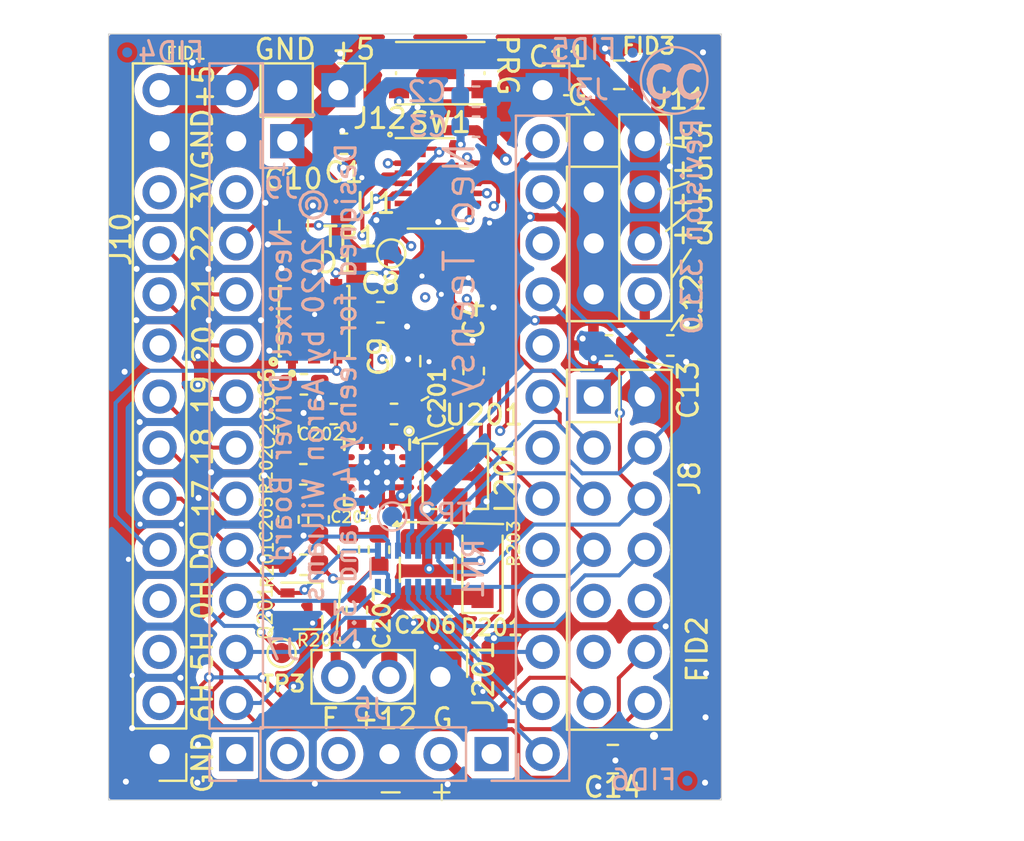
<source format=kicad_pcb>
(kicad_pcb (version 20221018) (generator pcbnew)
  (title_block (title "Neo Teensy") (date "2019-12-31") (rev "3.3") (comment 1 "Copyright (C) 2019 Aaron Williams") (comment 2 "aaron.w2@gmail.com"))
  (layers (0 "F.Cu" signal) (1 "In1.Cu" mixed) (2 "In2.Cu" mixed) (31 "B.Cu" signal) (34 "B.Paste" user) (35 "F.Paste" user) (36 "B.SilkS" user "B.Silkscreen") (37 "F.SilkS" user "F.Silkscreen") (38 "B.Mask" user) (39 "F.Mask" user) (44 "Edge.Cuts" user))
  (net 0 "")
  (net 1 "GND")
  (net 2 "+3V3")
  (net 3 "+5V")
  (net 4 "/DO")
  (net 5 "/IO12")
  (net 6 "/IO11")
  (net 7 "/IO10")
  (net 8 "/IO9")
  (net 9 "/IO8")
  (net 10 "/IO7")
  (net 11 "/IO6")
  (net 12 "/IO5")
  (net 13 "/IO4")
  (net 14 "/IO3")
  (net 15 "/IO2")
  (net 16 "/IO1")
  (net 17 "/IO0")
  (net 18 "/ON_OFF")
  (net 19 "/Program")
  (net 20 "/IO23")
  (net 21 "/IO22")
  (net 22 "/IO21")
  (net 23 "/IO20")
  (net 24 "/IO19")
  (net 25 "/IO18")
  (net 26 "/IO15")
  (net 27 "/IO14")
  (net 28 "/IO13")
  (net 29 "/IO6_H")
  (net 30 "/VBat")
  (net 31 "/DIN")
  (net 32 "/12-Boost/SS")
  (net 33 "/12-Boost/COMP")
  (net 34 "Net-(C205-Pad1)")
  (net 35 "+12V")
  (net 36 "/12-Boost/SW")
  (net 37 "/12-Boost/FET_DRV")
  (net 38 "FET_CTL")
  (net 39 "/12-Boost/FREQ")
  (net 40 "/12-Boost/FB")
  (net 41 "Net-(U201-Pad5)")
  (net 42 "Net-(U201-Pad10)")
  (net 43 "Net-(U201-Pad14)")
  (net 44 "/IO16")
  (net 45 "/IO9_H")
  (net 46 "/IO8_H")
  (net 47 "Net-(RN1-Pad10)")
  (net 48 "Net-(RN1-Pad11)")
  (footprint "Capacitor_SMD:C_0603_1608Metric" (layer "F.Cu") (at 43.942 47.244 180)
    (fp_text reference "C13")
    (fp_text value "0.1uF")
  )
  (footprint "Connector_PinHeader_2.54mm:PinHeader_2x07_P2.54mm_Vertical" (layer "F.Cu") (at 43.18 49.784)
    (fp_text reference "J8")
    (fp_text value "Conn_02x07_Odd_Even")
  )
  (footprint "Connector_PinHeader_2.54mm:PinHeader_2x04_P2.54mm_Vertical" (layer "F.Cu") (at 43.18 37.084)
    (fp_text reference "J11")
    (fp_text value "Conn_02x04_Odd_Even")
  )
  (footprint "Connector_PinHeader_2.54mm:PinHeader_1x14_P2.54mm_Vertical" (layer "F.Cu") (at 21.59 67.564 180)
    (fp_text reference "J10")
    (fp_text value "Conn_01x14")
  )
  (footprint "LED_WS2813-mini:LED_WS2813-MINI-2" (layer "F.Cu") (at 29.2735 46.0375 90)
    (fp_text reference "D1")
    (fp_text value "WS2813-MINI")
  )
  (footprint "Connector_PinHeader_2.54mm:PinHeader_1x02_P2.54mm_Vertical" (layer "F.Cu") (at 30.48 34.544 -90)
    (fp_text reference "J12")
    (fp_text value "Conn_01x02")
  )
  (footprint "Fiducial:Fiducial_0.5mm_Mask1mm" (layer "F.Cu") (at 24.1935 32.766)
    (fp_text reference "FID1")
    (fp_text value "FIDUCIAL_1MM")
  )
  (footprint "Fiducial:Fiducial_0.5mm_Mask1mm" (layer "F.Cu") (at 48.3235 64.7065)
    (fp_text reference "FID2")
    (fp_text value "FIDUCIAL_1MM")
  )
  (footprint "Capacitor_SMD:C_0603_1608Metric" (layer "F.Cu") (at 46.99 47.244)
    (fp_text reference "C12")
    (fp_text value "1uF")
  )
  (footprint "Capacitor_SMD:C_0805_2012Metric" (layer "F.Cu") (at 28.2575 41.275 90)
    (fp_text reference "C10")
    (fp_text value "10uF")
  )
  (footprint "Capacitor_SMD:C_0805_2012Metric" (layer "F.Cu") (at 44.1325 67.818)
    (fp_text reference "C14")
    (fp_text value "10uF")
  )
  (footprint "Package_DFN_QFN:Texas_S-PVQFN-N14" (layer "F.Cu") (at 35.433 39.1795)
    (fp_text reference "U1")
    (fp_text value "SN74AHCT125N")
  )
  (footprint "Capacitor_SMD:C_0603_1608Metric" (layer "F.Cu") (at 33.25 50.65)
    (fp_text reference "C201")
    (fp_text value "22uF")
  )
  (footprint "Capacitor_SMD:C_0603_1608Metric" (layer "F.Cu") (at 30.25 50.65 180)
    (fp_text reference "C202")
    (fp_text value "0.1uF")
  )
  (footprint "Capacitor_SMD:C_0603_1608Metric" (layer "F.Cu") (at 28 51.4 90)
    (fp_text reference "C203")
    (fp_text value "22nF")
  )
  (footprint "Capacitor_SMD:C_0603_1608Metric" (layer "F.Cu") (at 28 55.9 -90)
    (fp_text reference "C205")
    (fp_text value "47nF")
  )
  (footprint "Capacitor_SMD:C_0603_1608Metric" (layer "F.Cu") (at 31.4 60.4 -90)
    (fp_text reference "C207")
    (fp_text value "1uF")
  )
  (footprint "Diode_SMD:D_SOD-123F" (layer "F.Cu") (at 37.65 58.35 90)
    (fp_text reference "D201")
    (fp_text value "SS24FL")
  )
  (footprint "Aaron:L_Vishay_IHLP-1212" (layer "F.Cu") (at 36.3 53.75 -90)
    (fp_text reference "L201")
    (fp_text value "3.3uH")
  )
  (footprint "Package_TO_SOT_SMD:SOT-323_SC-70" (layer "F.Cu") (at 28.95 60.2)
    (fp_text reference "Q201")
    (fp_text value "BSS214NW")
  )
  (footprint "Resistor_SMD:R_0603_1608Metric" (layer "F.Cu") (at 28.7375 53.65)
    (fp_text reference "R202")
    (fp_text value "1.62k")
  )
  (footprint "Resistor_SMD:R_0603_1608Metric" (layer "F.Cu") (at 32.5 57.4 90)
    (fp_text reference "R203")
    (fp_text value "86.6k")
  )
  (footprint "Resistor_SMD:R_0603_1608Metric" (layer "F.Cu") (at 31 57.4 -90)
    (fp_text reference "R204")
    (fp_text value "10k")
  )
  (footprint "Aaron:QFN-16-1EP_3x3mm_P0.5mm_EP2.7x2.7mm_ThermalVias" (layer "F.Cu") (at 32.4 53.55 -90)
    (fp_text reference "U201")
    (fp_text value "TPS55340-Q1")
  )
  (footprint "Resistor_SMD:R_0603_1608Metric" (layer "F.Cu") (at 28.75 58.15 180)
    (fp_text reference "R201")
    (fp_text value "18.7K")
  )
  (footprint "Connector_PinHeader_2.54mm:PinHeader_1x03_P2.54mm_Vertical" (layer "F.Cu") (at 35.555 63.725 -90)
    (fp_text reference "J201")
    (fp_text value "Conn_01x03")
  )
  (footprint "TestPoint:TestPoint_Pad_D1.0mm" (layer "F.Cu") (at 33.11 42.67)
    (fp_text reference "TP1")
    (fp_text value "TestPoint")
  )
  (footprint "Capacitor_SMD:C_0603_1608Metric" (layer "F.Cu") (at 29.5 55.9 -90)
    (fp_text reference "C204")
    (fp_text value "820pF")
  )
  (footprint "Capacitor_SMD:C_0603_1608Metric" (layer "F.Cu") (at 30.7595 37.211 180)
    (fp_text reference "C1")
    (fp_text value "0.1uF")
  )
  (footprint "Capacitor_SMD:C_0603_1608Metric" (layer "F.Cu") (at 37.211 48.514 90)
    (fp_text reference "C4")
    (fp_text value "0.1uF")
  )
  (footprint "Capacitor_SMD:C_0603_1608Metric" (layer "F.Cu") (at 28.7655 49.1744)
    (fp_text reference "C6")
    (fp_text value "1uF")
  )
  (footprint "Capacitor_SMD:C_0603_1608Metric" (layer "F.Cu") (at 32.5755 45.593)
    (fp_text reference "C8")
    (fp_text value "0.1uF")
  )
  (footprint "Capacitor_SMD:C_0805_2012Metric" (layer "F.Cu") (at 33.8455 48.021 90)
    (fp_text reference "C9")
    (fp_text value "10uF")
  )
  (footprint "Capacitor_SMD:C_0805_2012Metric" (layer "F.Cu") (at 44.45 33.782 180)
    (fp_text reference "C11")
    (fp_text value "10uF")
  )
  (footprint "Capacitor_SMD:C_1210_3225Metric" (layer "F.Cu") (at 34.9 58.4 90)
    (fp_text reference "C206")
    (fp_text value "47uF")
  )
  (footprint "Aaron:SW_SPST_KMR2" (layer "F.Cu") (at 35.55 33.7 180)
    (fp_text reference "SW1")
    (fp_text value "SW_SPST_KMR2")
  )
  (footprint "Fiducial:Fiducial_0.5mm_Mask1mm" (layer "F.Cu") (at 47.68 32.67)
    (fp_text reference "FID3")
    (fp_text value "FIDUCIAL_1MM")
  )
  (footprint "TestPoint:TestPoint_Pad_D1.0mm" (layer "F.Cu") (at 27.66 62.54)
    (fp_text reference "TP3")
    (fp_text value "TestPoint")
  )
  (footprint "Capacitor_SMD:C_0603_1608Metric" (layer "B.Cu") (at 37.33 34.87)
    (fp_text reference "C2")
    (fp_text value "0.1uF")
  )
  (footprint "Connector_PinHeader_2.54mm:PinHeader_1x05_P2.54mm_Vertical" (layer "B.Cu") (at 38.1 67.564 90)
    (fp_text reference "J5")
    (fp_text value "Conn_01x05_Male")
  )
  (footprint "Connector_PinHeader_2.54mm:PinHeader_1x14_P2.54mm_Vertical" (layer "B.Cu") (at 40.64 34.544 180)
    (fp_text reference "J3")
    (fp_text value "Conn_01x14_Male")
  )
  (footprint "Connector_PinHeader_2.54mm:PinHeader_1x01_P2.54mm_Vertical" (layer "B.Cu") (at 27.94 37.084)
    (fp_text reference "J9")
    (fp_text value "Conn_01x01_Male")
  )
  (footprint "Connector_PinHeader_2.54mm:PinHeader_1x14_P2.54mm_Vertical" (layer "B.Cu") (at 25.4 67.564)
    (fp_text reference "J7")
    (fp_text value "Conn_01x14_Male")
  )
  (footprint "Resistor_SMD:R_Array_Convex_8x0602" (layer "B.Cu") (at 34.2 58.35 90)
    (fp_text reference "RN1")
    (fp_text value "100K")
  )
  (footprint "Fiducial:Fiducial_0.5mm_Mask1mm" (layer "B.Cu") (at 47.84 68.89)
    (fp_text reference "FID6")
    (fp_text value "FIDUCIAL_1MM")
  )
  (footprint "Fiducial:Fiducial_0.5mm_Mask1mm" (layer "B.Cu") (at 19.98 32.67)
    (fp_text reference "FID4")
    (fp_text value "FIDUCIAL_1MM")
  )
  (footprint "Fiducial:Fiducial_0.5mm_Mask1mm" (layer "B.Cu") (at 45.12 32.68)
    (fp_text reference "FID5")
    (fp_text value "FIDUCIAL_1MM")
  )
  (footprint "TestPoint:TestPoint_Pad_D1.0mm" (layer "B.Cu") (at 33.16 55.75)
    (fp_text reference "TP2")
    (fp_text value "TestPoint")
  )
  (footprint "Capacitor_SMD:C_0603_1608Metric" (layer "B.Cu") (at 37.33 36.36)
    (fp_text reference "C3")
    (fp_text value "1uF")
  )
  (gr_circle (center 47.1805 34.0614) (end 47.0535 35.7124) (stroke (width 0.12)) (fill none) (layer "B.SilkS"))
  (gr_line (start 27.7368 38.7604) (end 27.7876 38.2016) (stroke (width 0.12)) (layer "B.SilkS"))
  (gr_circle (center 27.25 48.05) (end 27.395774 48.05) (stroke (width 0.2)) (fill none) (layer "F.SilkS"))
  (gr_line (start 30.625 58.875) (end 30.725 59.05) (stroke (width 0.12)) (layer "F.SilkS"))
  (gr_line (start 42.9768 35.6616) (end 42.7736 35.4076) (stroke (width 0.12)) (layer "F.SilkS"))
  (gr_circle (center 33.05 36.75) (end 33.1135 36.6865) (stroke (width 0.12)) (fill none) (layer "F.SilkS"))
  (gr_line (start 30.4 61.37) (end 30.625 58.875) (stroke (width 0.12)) (layer "F.SilkS"))
  (gr_line (start 47.498 45.847) (end 47.0535 46.482) (stroke (width 0.12)) (layer "F.SilkS"))
  (gr_line (start 47.9044 39.116) (end 46.8884 39.4716) (stroke (width 0.12)) (layer "F.SilkS"))
  (gr_line (start 30.5 59.025) (end 30.6 58.9) (stroke (width 0.12)) (layer "F.SilkS"))
  (gr_line (start 38.675 56.125) (end 33.925 56.025) (stroke (width 0.12)) (layer "F.SilkS"))
  (gr_line (start 35.6235 69.088) (end 35.6235 69.85) (stroke (width 0.12)) (layer "F.SilkS"))
  (gr_line (start 41.91 34.798) (end 41.7068 34.798) (stroke (width 0.12)) (layer "F.SilkS"))
  (gr_line (start 47.752 37.3888) (end 46.8376 37.2364) (stroke (width 0.12)) (layer "F.SilkS"))
  (gr_line (start 33.925 56.025) (end 33.225 56.175) (stroke (width 0.12)) (layer "F.SilkS"))
  (gr_line (start 44.45 38.4048) (end 44.45 46.0248) (stroke (width 0.12)) (layer "F.SilkS"))
  (gr_line (start 47.117 48.3235) (end 45.4025 47.9425) (stroke (width 0.12)) (layer "F.SilkS"))
  (gr_line (start 36.175 51.35) (end 34.2 52.05) (stroke (width 0.12)) (layer "F.SilkS"))
  (gr_line (start 46.7868 41.5544) (end 47.8028 40.7416) (stroke (width 0.12)) (layer "F.SilkS"))
  (gr_line (start 47.0916 43.8404) (end 48.006 42.4688) (stroke (width 0.12)) (layer "F.SilkS"))
  (gr_line (start 34.36 51.84) (end 34.47 52.11) (stroke (width 0.12)) (layer "F.SilkS"))
  (gr_line (start 33.4 56) (end 33.525 56.25) (stroke (width 0.12)) (layer "F.SilkS"))
  (gr_line (start 30.725 59.05) (end 30.5 59.025) (stroke (width 0.12)) (layer "F.SilkS"))
  (gr_line (start 33.225 56.175) (end 33.4 56) (stroke (width 0.12)) (layer "F.SilkS"))
  (gr_line (start 33.525 56.25) (end 33.2 56.2) (stroke (width 0.12)) (layer "F.SilkS"))
  (gr_line (start 34.95 49.8) (end 34.625 49.975) (stroke (width 0.12)) (layer "F.SilkS"))
  (gr_line (start 32.639 69.469) (end 33.528 69.469) (stroke (width 0.12)) (layer "F.SilkS"))
  (gr_circle (center 34 51.5) (end 34.1 51.3) (stroke (width 0.12)) (fill none) (layer "F.SilkS"))
  (gr_line (start 34.47 52.11) (end 34.2 52.06) (stroke (width 0.12)) (layer "F.SilkS"))
  (gr_line (start 34.19 52.05) (end 34.36 51.84) (stroke (width 0.12)) (layer "F.SilkS"))
  (gr_line (start 35.2425 69.469) (end 36.0045 69.469) (stroke (width 0.12)) (layer "F.SilkS"))
  (gr_line (start 19.05 69.85) (end 19.05 31.75) (stroke (width 0.05)) (layer "Edge.Cuts"))
  (gr_line (start 49.53 69.85) (end 19.05 69.85) (stroke (width 0.05)) (layer "Edge.Cuts"))
  (gr_line (start 19.05 31.75) (end 49.53 31.75) (stroke (width 0.05)) (layer "Edge.Cuts"))
  (gr_line (start 49.53 31.75) (end 49.53 69.85) (stroke (width 0.05)) (layer "Edge.Cuts"))
  (gr_text "CC" (at 47.1805 34.1884) (layer "B.SilkS") (effects (font (size 1.5 1.5) (thickness 0.3))))
  (gr_text "Neo Teensy" (at 36.5 43.5 90) (layer "B.SilkS") (effects (font (size 1.5 1.5)) (justify mirror)))
  (gr_text "NeoPixel Driver Board\n© 2020 by Aaron Williams\nDesigned for Teensy 4.0 and 3.2" (at 29.25 49.7 90) (layer "B.SilkS") (effects (font (size 1 1)) (justify mirror)))
  (gr_text "Revision 3.3.0" (at 48.075 41.325 90) (layer "B.SilkS") (effects (font (size 1 1)) (justify mirror)))
  (gr_text "5H" (at 23.7236 62.4332 90) (layer "F.SilkS") (effects (font (size 1 1))))
  (gr_text "3V" (at 23.7236 39.5732 90) (layer "F.SilkS") (effects (font (size 1 1))))
  (gr_text "GND +5" (at 29.3116 32.512) (layer "F.SilkS") (effects (font (size 1 1))))
  (gr_text "22" (at 23.7236 42.164 90) (layer "F.SilkS") (effects (font (size 1 1))))
  (gr_text "21" (at 23.7744 44.6532 90) (layer "F.SilkS") (effects (font (size 1 1))))
  (gr_text "GND" (at 23.7236 36.9824 90) (layer "F.SilkS") (effects (font (size 1 1))))
  (gr_text "0H" (at 23.7236 59.8932 90) (layer "F.SilkS") (effects (font (size 1 1))))
  (gr_text "17" (at 23.7744 54.864 90) (layer "F.SilkS") (effects (font (size 1 1))))
  (gr_text "+5\n+5\n+5\n+3" (at 48.1076 39.2684) (layer "F.SilkS") (effects (font (size 1 1))))
  (gr_text "+5" (at 23.7744 34.3916 90) (layer "F.SilkS") (effects (font (size 1 1))))
  (gr_text "G" (at 42.3672 34.798) (layer "F.SilkS") (effects (font (size 1 1))))
  (gr_text "PRG" (at 38.9 33.3 270) (layer "F.SilkS") (effects (font (size 1 1))))
  (gr_text "18" (at 23.7236 52.2732 90) (layer "F.SilkS") (effects (font (size 1 1))))
  (gr_text "F +12 G" (at 32.9 65.8) (layer "F.SilkS") (effects (font (size 1 1))))
  (gr_text "DO" (at 23.71 57.45 90) (layer "F.SilkS") (effects (font (size 1 1))))
  (gr_text "19" (at 23.7236 49.6824 90) (layer "F.SilkS") (effects (font (size 1 1))))
  (gr_text "20" (at 23.7744 47.1932 90) (layer "F.SilkS") (effects (font (size 1 1))))
  (gr_text "6H" (at 23.7236 65.024 90) (layer "F.SilkS") (effects (font (size 1 1))))
  (gr_text "GND" (at 23.73 67.99 90) (layer "F.SilkS") (effects (font (size 1 1))))
  (segment (start 35.2425 35.306) (end 35.2425 35.306) (width 0.4) (layer "F.Cu") (net 1))
  (segment (start 23.526561 54.823439) (end 24.857121 56.153999) (width 0.4) (layer "F.Cu") (net 1))
  (segment (start 22.674268 56.13) (end 20.62 56.13) (width 0.4) (layer "F.Cu") (net 1))
  (segment (start 20.62 56.13) (end 20.4 56.13) (width 0.4) (layer "F.Cu") (net 1))
  (segment (start 29.163272 40.3375) (end 29.214475 40.286297) (width 0.5) (layer "F.Cu") (net 1))
  (segment (start 33.776456 55.025) (end 33.875 54.926456) (width 0.3) (layer "F.Cu") (net 1))
  (segment (start 30.9875 58.1875) (end 29.5 56.7) (width 0.2) (layer "F.Cu") (net 1))
  (segment (start 35.555 63.725) (end 35.555 63.2925) (width 0.8) (layer "F.Cu") (net 1))
  (segment (start 40.262581 45.991384) (end 40.256225 45.99774) (width 0.4) (layer "F.Cu") (net 1))
  (segment (start 20.874266 40.9) (end 22.95 40.9) (width 0.4) (layer "F.Cu") (net 1))
  (segment (start 43.18 44.704) (end 43.18 47.3075) (width 0.5) (layer "F.Cu") (net 1))
  (segment (start 19.9136 68.9356) (end 19.9136 56.912707) (width 0.5) (layer "F.Cu") (net 1))
  (segment (start 34.9 55.399986) (end 34.880025 55.380011) (width 1) (layer "F.Cu") (net 1))
  (segment (start 34.0375 51.4625) (end 34 51.5) (width 0.5) (layer "F.Cu") (net 1))
  (segment (start 26.7 53.6) (end 24.15 53.6) (width 0.4) (layer "F.Cu") (net 1))
  (segment (start 22.182702 45.9867) (end 23.5 47.303998) (width 0.4) (layer "F.Cu") (net 1))
  (segment (start 33.15 55.025) (end 33.15 54.3) (width 0.3) (layer "F.Cu") (net 1))
  (segment (start 23.5 47.303998) (end 23.5 47.42079) (width 0.4) (layer "F.Cu") (net 1))
  (segment (start 41.518616 45.991384) (end 40.262581 45.991384) (width 0.4) (layer "F.Cu") (net 1))
  (segment (start 41.53 45.98) (end 41.518616 45.991384) (width 0.4) (layer "F.Cu") (net 1))
  (segment (start 43.5125 33.782) (end 43.5125 32.701579) (width 0.4) (layer "F.Cu") (net 1))
  (segment (start 33.8455 47.0835) (end 33.8455 47.825103) (width 0.4) (layer "F.Cu") (net 1))
  (segment (start 24.857121 56.153999) (end 26.553999 56.153999) (width 0.4) (layer "F.Cu") (net 1))
  (segment (start 43.1545 47.244) (end 42.717 47.244) (width 0.4) (layer "F.Cu") (net 1))
  (segment (start 29.2735 44.5375) (end 28.1735 44.5375) (width 0.4) (layer "F.Cu") (net 1))
  (segment (start 20.6 53.6) (end 22.303122 53.6) (width 0.4) (layer "F.Cu") (net 1))
  (segment (start 30.925 53.3) (end 32.15 53.3) (width 0.3) (layer "F.Cu") (net 1))
  (segment (start 28.194 43.944) (end 27.949999 43.699999) (width 0.5) (layer "F.Cu") (net 1))
  (segment (start 32.15 53.3) (end 32.4 53.55) (width 0.3) (layer "F.Cu") (net 1))
  (segment (start 44.430001 43.414001) (end 46.989001 43.414001) (width 0.4) (layer "F.Cu") (net 1))
  (segment (start 33.8455 47.825103) (end 33.949993 47.929596) (width 0.4) (layer "F.Cu") (net 1))
  (segment (start 45.72 49.3015) (end 45.72 49.8475) (width 0.5) (layer "F.Cu") (net 1))
  (segment (start 37.211 47.7265) (end 37.211 47.049544) (width 0.4) (layer "F.Cu") (net 1))
  (segment (start 37.211 47.049544) (end 37.155728 46.994272) (width 0.4) (layer "F.Cu") (net 1))
  (segment (start 33.15 55.025) (end 33.776456 55.025) (width 0.3) (layer "F.Cu") (net 1))
  (segment (start 45.085 67.818) (end 45.0215 67.8815) (width 0.5) (layer "F.Cu") (net 1))
  (segment (start 33.8455 47.0835) (end 33.8455 46.0755) (width 0.4) (layer "F.Cu") (net 1))
  (segment (start 22.674268 56.13) (end 22.674268 56.13) (width 0.4) (layer "F.Cu") (net 1))
  (segment (start 40.393389 40.875) (end 42.175 40.875) (width 0.4) (layer "F.Cu") (net 1))
  (segment (start 44.415 61.21) (end 38.81001 61.21) (width 0.4) (layer "F.Cu") (net 1))
  (segment (start 27.032278 58.15) (end 26.72499 57.842712) (width 0.4) (layer "F.Cu") (net 1))
  (segment (start 32.65 55.025) (end 32.65 53.8) (width 0.3) (layer "F.Cu") (net 1))
  (segment (start 22.303122 53.6) (end 23.526561 54.823439) (width 0.4) (layer "F.Cu") (net 1))
  (segment (start 27.949999 43.699999) (end 27.65 43.4) (width 0.5) (layer "F.Cu") (net 1))
  (segment (start 23.5 47.42079) (end 23.5 47.78) (width 0.4) (layer "F.Cu") (net 1))
  (segment (start 43.18 44.704) (end 41.929999 45.954001) (width 0.4) (layer "F.Cu") (net 1))
  (segment (start 28.2575 40.3375) (end 29.163272 40.3375) (width 0.5) (layer "F.Cu") (net 1))
  (segment (start 24.214001 48.494001) (end 26.494001 48.494001) (width 0.4) (layer "F.Cu") (net 1))
  (segment (start 26.6319 45.9867) (end 24.0367 45.9867) (width 0.4) (layer "F.Cu") (net 1))
  (segment (start 43.1545 47.244) (end 43.1545 47.84949) (width 0.5) (layer "F.Cu") (net 1))
  (segment (start 23.660004 57.115736) (end 22.674268 56.13) (width 0.4) (layer "F.Cu") (net 1))
  (segment (start 34.0375 50.65) (end 34.0375 51.4625) (width 0.5) (layer "F.Cu") (net 1))
  (segment (start 20.4343 45.9867) (end 22.182702 45.9867) (width 0.4) (layer "F.Cu") (net 1))
  (segment (start 43.1545 47.84949) (end 43.18 47.87499) (width 0.5) (layer "F.Cu") (net 1))
  (segment (start 43.5125 32.701579) (end 43.743932 32.470147) (width 0.4) (layer "F.Cu") (net 1))
  (segment (start 44.415 61.21) (end 44.430001 61.194999) (width 0.4) (layer "F.Cu") (net 1))
  (segment (start 29.553 49.822) (end 29.5275 49.8475) (width 0.4) (layer "F.Cu") (net 1))
  (segment (start 46.76 61.21) (end 44.415 61.21) (width 0.4) (layer "F.Cu") (net 1))
  (segment (start 33.15 54.3) (end 32.4 53.55) (width 0.3) (layer "F.Cu") (net 1))
  (segment (start 20.450002 40.9) (end 20.874266 40.9) (width 0.4) (layer "F.Cu") (net 1))
  (segment (start 33.15 55.025) (end 33.318392 55.025) (width 0.5) (layer "F.Cu") (net 1))
  (segment (start 47.7775 46.2025) (end 47.8155 46.1645) (width 0.5) (layer "F.Cu") (net 1))
  (segment (start 23.5 47.78) (end 24.214001 48.494001) (width 0.4) (layer "F.Cu") (net 1))
  (segment (start 22.546003 58.654001) (end 20.554001 58.654001) (width 0.4) (layer "F.Cu") (net 1))
  (segment (start 23.66 57.540004) (end 23.660004 57.54) (width 0.8) (layer "F.Cu") (net 1))
  (segment (start 40.009179 40.85) (end 40.368389 40.85) (width 0.4) (layer "F.Cu") (net 1))
  (segment (start 47.7775 47.244) (end 47.7775 46.2025) (width 0.5) (layer "F.Cu") (net 1))
  (segment (start 29.5 56.7) (end 29.5 56.6875) (width 0.2) (layer "F.Cu") (net 1))
  (segment (start 42.630009 47.157009) (end 42.630009 46.900004) (width 0.4) (layer "F.Cu") (net 1))
  (segment (start 33.875 54.3) (end 33.15 54.3) (width 0.3) (layer "F.Cu") (net 1))
  (segment (start 33.318392 55.025) (end 33.331726 55.011666) (width 0.5) (layer "F.Cu") (net 1))
  (segment (start 23.660004 57.54) (end 23.660004 57.115736) (width 0.4) (layer "F.Cu") (net 1))
  (segment (start 26.8 53.7) (end 26.7 53.6) (width 0.4) (layer "F.Cu") (net 1))
  (segment (start 29.972 37.211) (end 30.607998 36.575002) (width 0.4) (layer "F.Cu") (net 1))
  (segment (start 43.18 42.164) (end 44.430001 43.414001) (width 0.4) (layer "F.Cu") (net 1))
  (segment (start 31 58.1875) (end 31.0625 58.1875) (width 0.3) (layer "F.Cu") (net 1))
  (segment (start 44.683762 67.8815) (end 44.259498 67.8815) (width 0.5) (layer "F.Cu") (net 1))
  (segment (start 32.65 53.8) (end 32.4 53.55) (width 0.3) (layer "F.Cu") (net 1))
  (segment (start 40.368389 40.85) (end 40.393389 40.875) (width 0.4) (layer "F.Cu") (net 1))
  (segment (start 33.331726 55.011666) (end 33.631725 54.711667) (width 0.5) (layer "F.Cu") (net 1))
  (segment (start 42.717 47.244) (end 42.630009 47.157009) (width 0.4) (layer "F.Cu") (net 1))
  (segment (start 30.607998 36.575002) (end 30.675 36.575002) (width 0.4) (layer "F.Cu") (net 1))
  (segment (start 43.18 42.164) (end 41.908758 43.435242) (width 0.4) (layer "F.Cu") (net 1))
  (segment (start 45.0215 67.8815) (end 44.683762 67.8815) (width 0.5) (layer "F.Cu") (net 1))
  (segment (start 24.016 43.434) (end 26.716 43.434) (width 0.4) (layer "F.Cu") (net 1))
  (segment (start 33.8455 46.0755) (end 33.363 45.593) (width 0.4) (layer "F.Cu") (net 1))
  (segment (start 28.194 44.2745) (end 28.194 43.944) (width 0.5) (layer "F.Cu") (net 1))
  (segment (start 31 58.1875) (end 30.9875 58.1875) (width 0.2) (layer "F.Cu") (net 1))
  (segment (start 27.9625 58.15) (end 27.032278 58.15) (width 0.4) (layer "F.Cu") (net 1))
  (segment (start 23.660004 57.54) (end 22.546003 58.654001) (width 0.4) (layer "F.Cu") (net 1))
  (segment (start 32.65 55.025) (end 33.15 55.025) (width 0.3) (layer "F.Cu") (net 1))
  (segment (start 29.553 49.149) (end 29.553 49.822) (width 0.4) (layer "F.Cu") (net 1))
  (segment (start 34.9 57) (end 34.9 55.399986) (width 1) (layer "F.Cu") (net 1))
  (segment (start 33.875 54.926456) (end 33.875 54.3) (width 0.3) (layer "F.Cu") (net 1))
  (via (at 27.65 43.4) (size 0.6) (drill 0.3) (layers "F.Cu" "B.Cu") (net 1))
  (via (at 26.72499 57.842712) (size 0.6) (drill 0.3) (layers "F.Cu" "B.Cu") (net 1))
  (via (at 29.3116 69.0372) (size 0.6) (drill 0.3) (layers "F.Cu" "B.Cu") (net 1))
  (via (at 43.743932 32.470147) (size 0.6) (drill 0.3) (layers "F.Cu" "B.Cu") (net 1))
  (via (at 20.447 43.434) (size 0.6) (drill 0.3) (layers "F.Cu" "B.Cu") (net 1))
  (via (at 28.75 50.6) (size 0.6) (drill 0.3) (layers "F.Cu" "B.Cu") (net 1))
  (via (at 37.67 64.45) (size 0.508) (drill 0.254) (layers "F.Cu" "B.Cu") (net 1))
  (via (at 19.9136 68.9356) (size 0.6) (drill 0.3) (layers "F.Cu" "B.Cu") (net 1))
  (via (at 40.256225 45.99774) (size 0.508) (drill 0.254) (layers "F.Cu" "B.Cu") (net 1))
  (via (at 34.880025 55.380011) (size 0.8) (drill 0.4) (layers "F.Cu" "B.Cu") (net 1))
  (via (at 35.35 62.25) (size 0.508) (drill 0.254) (layers "F.Cu" "B.Cu") (net 1))
  (via (at 27 60.6) (size 0.6) (drill 0.3) (layers "F.Cu" "B.Cu") (net 1))
  (via (at 24.0367 45.9867) (size 0.6) (drill 0.3) (layers "F.Cu" "B.Cu") (net 1))
  (via (at 48.6156 32.6644) (size 0.6) (drill 0.3) (layers "F.Cu" "B.Cu") (net 1))
  (via (at 48.7426 65.7352) (size 0.6) (drill 0.3) (layers "F.Cu" "B.Cu") (net 1))
  (via (at 29.3 45.7) (size 0.508) (drill 0.254) (layers "F.Cu" "B.Cu") (net 1))
  (via (at 46.97001 38.334001) (size 0.6) (drill 0.3) (layers "F.Cu" "B.Cu") (net 1))
  (via (at 35.450002 41.100002) (size 0.6) (drill 0.3) (layers "F.Cu" "B.Cu") (net 1))
  (via (at 33.631725 54.711667) (size 0.6) (drill 0.3) (layers "F.Cu" "B.Cu") (net 1))
  (via (at 28.25 64.2) (size 0.508) (drill 0.254) (layers "F.Cu" "B.Cu") (net 1))
  (via (at 20.04 57.88) (size 0.508) (drill 0.254) (layers "F.Cu" "B.Cu") (net 1))
  (via (at 22.62822 63.772096) (size 0.6) (drill 0.3) (layers "F.Cu" "B.Cu") (net 1))
  (via (at 37.85 55) (size 0.6) (drill 0.3) (layers "F.Cu" "B.Cu") (net 1))
  (via (at 32.37 41.01) (size 0.6) (drill 0.3) (layers "F.Cu" "B.Cu") (net 1))
  (via (at 20.224001 66.274001) (size 0.6) (drill 0.3) (layers "F.Cu" "B.Cu") (net 1))
  (via (at 34.99 48.05) (size 0.508) (drill 0.254) (layers "F.Cu" "B.Cu") (net 1))
  (via (at 48.7172 68.9864) (size 0.6) (drill 0.3) (layers "F.Cu" "B.Cu") (net 1))
  (via (at 36.95 43.88) (size 0.508) (drill 0.254) (layers "F.Cu" "B.Cu") (net 1))
  (via (at 38.22 61.80001) (size 0.6) (drill 0.3) (layers "F.Cu" "B.Cu") (net 1))
  (via (at 20.450002 40.9) (size 0.6) (drill 0.3) (layers "F.Cu" "B.Cu") (net 1))
  (via (at 31.65 38.9) (size 0.508) (drill 0.254) (layers "F.Cu" "B.Cu") (net 1))
  (via (at 29.214475 40.286297) (size 0.6) (drill 0.3) (layers "F.Cu" "B.Cu") (net 1))
  (via (at 48.768 63.5508) (size 0.6) (drill 0.3) (layers "F.Cu" "B.Cu") (net 1))
  (via (at 46.18 66.66) (size 0.8) (drill 0.4) (layers "F.Cu" "B.Cu") (net 1))
  (via (at 23.4696 68.9864) (size 0.6) (drill 0.3) (layers "F.Cu" "B.Cu") (net 1))
  (via (at 24.016 43.434) (size 0.6) (drill 0.3) (layers "F.Cu" "B.Cu") (net 1))
  (via (at 34 51.5) (size 0.6) (drill 0.3) (layers "F.Cu" "B.Cu") (net 1))
  (via (at 47.8 53.275) (size 0.6) (drill 0.3) (layers "F.Cu" "B.Cu") (net 1))
  (via (at 23.5 47.78) (size 0.508) (drill 0.254) (layers "F.Cu" "B.Cu") (net 1))
  (via (at 22.674268 56.13) (size 0.508) (drill 0.254) (layers "F.Cu" "B.Cu") (net 1))
  (via (at 23.660004 57.54) (size 0.6) (drill 0.3) (layers "F.Cu" "B.Cu") (net 1))
  (via (at 33.9 46.3) (size 0.6) (drill 0.3) (layers "F.Cu" "B.Cu") (net 1))
  (via (at 33.949993 47.929596) (size 0.6) (drill 0.3) (layers "F.Cu" "B.Cu") (net 1))
  (via (at 31.38 62.12) (size 0.8) (drill 0.4) (layers "F.Cu" "B.Cu") (net 1))
  (via (at 20.6 53.6) (size 0.6) (drill 0.3) (layers "F.Cu" "B.Cu") (net 1))
  (via (at 34.22 61.05) (size 0.508) (drill 0.254) (layers "F.Cu" "B.Cu") (net 1))
  (via (at 29.2 61.05) (size 0.508) (drill 0.254) (layers "F.Cu" "B.Cu") (net 1))
  (via (at 27.95 57.4) (size 0.6) (drill 0.3) (layers "F.Cu" "B.Cu") (net 1))
  (via (at 35.9156 69.0626) (size 0.6) (drill 0.3) (layers "F.Cu" "B.Cu") (net 1))
  (via (at 20.6 51.05) (size 0.6) (drill 0.3) (layers "F.Cu" "B.Cu") (net 1))
  (via (at 27.05 47.5) (size 0.6) (drill 0.3) (layers "F.Cu" "B.Cu") (net 1))
  (via (at 23.526561 54.823439) (size 0.6) (drill 0.3) (layers "F.Cu" "B.Cu") (net 1))
  (via (at 26.85 40.15) (size 0.6) (drill 0.3) (layers "F.Cu" "B.Cu") (net 1))
  (via (at 38.2 45.35) (size 0.6) (drill 0.3) (layers "F.Cu" "B.Cu") (net 1))
  (via (at 46.76 61.21) (size 0.6) (drill 0.3) (layers "F.Cu" "B.Cu") (net 1))
  (via (at 23.5 67.1) (size 0.6) (drill 0.3) (layers "F.Cu" "B.Cu") (net 1))
  (via (at 47.8155 46.1645) (size 0.6) (drill 0.3) (layers "F.Cu" "B.Cu") (net 1))
  (via (at 20.62 56.13) (size 0.508) (drill 0.254) (layers "F.Cu" "B.Cu") (net 1))
  (via (at 35.6 44.7) (size 0.508) (drill 0.254) (layers "F.Cu" "B.Cu") (net 1))
  (via (at 35 58.35) (size 0.508) (drill 0.254) (layers "F.Cu" "B.Cu") (net 1))
  (via (at 19.85 48.55) (size 0.6) (drill 0.3) (layers "F.Cu" "B.Cu") (net 1))
  (via (at 24.15 53.55) (size 0.6) (drill 0.3) (layers "F.Cu" "B.Cu") (net 1))
  (via (at 20.4343 45.9867) (size 0.6) (drill 0.3) (layers "F.Cu" "B.Cu") (net 1))
  (via (at 26.875 50.6) (size 0.6) (drill 0.3) (layers "F.Cu" "B.Cu") (net 1))
  (via (at 23.2156 33.1724) (size 0.6) (drill 0.3) (layers "F.Cu" "B.Cu") (net 1))
  (via (at 30.575 32.725) (size 0.6) (drill 0.3) (layers "F.Cu" "B.Cu") (net 1))
  (via (at 28.75 56.7) (size 0.6) (drill 0.3) (layers "F.Cu" "B.Cu") (net 1))
  (via (at 43.4 69.175) (size 0.6) (drill 0.3) (layers "F.Cu" "B.Cu") (net 1))
  (via (at 40.009179 40.85) (size 0.508) (drill 0.254) (layers "F.Cu" "B.Cu") (net 1))
  (via (at 42.630009 46.900004) (size 0.6) (drill 0.3) (layers "F.Cu" "B.Cu") (net 1))
  (via (at 30.675 36.575002) (size 0.6) (drill 0.3) (layers "F.Cu" "B.Cu") (net 1))
  (via (at 26.9748 42.2148) (size 0.6) (drill 0.3) (layers "F.Cu" "B.Cu") (net 1))
  (via (at 38 41.15) (size 0.508) (drill 0.254) (layers "F.Cu" "B.Cu") (net 1))
  (via (at 34.64 43.79) (size 0.508) (drill 0.254) (layers "F.Cu" "B.Cu") (net 1))
  (via (at 26.6319 45.9867) (size 0.6) (drill 0.3) (layers "F.Cu" "B.Cu") (net 1))
  (via (at 29.3 43.6) (size 0.6) (drill 0.3) (layers "F.Cu" "B.Cu") (net 1))
  (via (at 20.23 63.65) (size 0.508) (drill 0.254) (layers "F.Cu" "B.Cu") (net 1))
  (via (at 37.155728 46.994272) (size 0.6) (drill 0.3) (layers "F.Cu" "B.Cu") (net 1))
  (via (at 29.5275 49.8475) (size 0.6) (drill 0.3) (layers "F.Cu" "B.Cu") (net 1))
  (via (at 43.18 47.87499) (size 0.6) (drill 0.3) (layers "F.Cu" "B.Cu") (net 1))
  (via (at 26.8 53.7) (size 0.6) (drill 0.3) (layers "F.Cu" "B.Cu") (net 1))
  (via (at 47.7774 48.0568) (size 0.6) (drill 0.3) (layers "F.Cu" "B.Cu") (net 1))
  (via (at 23.5 49.2) (size 0.508) (drill 0.254) (layers "F.Cu" "B.Cu") (net 1))
  (via (at 44.259498 67.8815) (size 0.6) (drill 0.3) (layers "F.Cu" "B.Cu") (net 1))
  (via (at 34.42 35.39) (size 0.6) (drill 0.3) (layers "F.Cu" "B.Cu") (net 1))
  (segment (start 26.6319 45.9867) (end 26.6319 45.9867) (width 0.4) (layer "B.Cu") (net 1))
  (segment (start 20.4343 45.9867) (end 20.4343 45.9867) (width 0.4) (layer "B.Cu") (net 1))
  (segment (start 20.447 40.894) (end 20.447 40.894) (width 0.4) (layer "B.Cu") (net 1))
  (segment (start 20.701 43.434) (end 20.701 43.434) (width 0.4) (layer "B.Cu") (net 1))
  (segment (start 24.016 43.434) (end 20.701 43.434) (width 0.4) (layer "B.Cu") (net 1))
  (segment (start 20.224001 66.274001) (end 20.224001 66.274001) (width 0.4) (layer "B.Cu") (net 1))
  (segment (start 46.959001 38.334001) (end 46.959001 38.334001) (width 0.4) (layer "B.Cu") (net 1))
  (segment (start 22.62822 63.772096) (end 22.62822 63.772096) (width 0.4) (layer "B.Cu") (net 1))
  (segment (start 20.23 63.65) (end 20.23 66.26) (width 0.4) (layer "B.Cu") (net 1))
  (segment (start 20.58921 63.65) (end 20.711306 63.772096) (width 0.4) (layer "B.Cu") (net 1))
  (segment (start 20.874266 40.9) (end 20.450002 40.9) (width 0.4) (layer "B.Cu") (net 1))
  (segment (start 26.6319 45.9867) (end 20.4343 45.9867) (width 0.4) (layer "B.Cu") (net 1))
  (segment (start 34.631 69.175) (end 43.4 69.175) (width 0.8) (layer "B.Cu") (net 1))
  (segment (start 20.04 57.88) (end 20.23 58.07) (width 0.4) (layer "B.Cu") (net 1))
  (segment (start 20.23 63.65) (end 20.58921 63.65) (width 0.4) (layer "B.Cu") (net 1))
  (segment (start 22.546003 58.654001) (end 20.814001 58.654001) (width 0.4) (layer "B.Cu") (net 1))
  (segment (start 20.500999 66.274001) (end 20.5 66.275) (width 0.4) (layer "B.Cu") (net 1))
  (segment (start 29.845002 36.449002) (end 29.971002 36.575002) (width 0.4) (layer "B.Cu") (net 1))
  (segment (start 23.650803 40.986303) (end 23.650803 42.322797) (width 1) (layer "B.Cu") (net 1))
  (segment (start 20.6 51.05) (end 23.5 51.05) (width 0.4) (layer "B.Cu") (net 1))
  (segment (start 23.650803 42.322797) (end 23.650803 42.747061) (width 1) (layer "B.Cu") (net 1))
  (segment (start 32.4 53.55) (end 33.75 53.55) (width 0.5) (layer "B.Cu") (net 1))
  (segment (start 33.931724 53.731724) (end 33.75 53.55) (width 0.4) (layer "B.Cu") (net 1))
  (segment (start 33.631725 54.711667) (end 33.931724 54.411668) (width 0.4) (layer "B.Cu") (net 1))
  (segment (start 26.67 33.147) (end 26.67 35.687) (width 0.3) (layer "B.Cu") (net 1))
  (segment (start 32.4 53.55) (end 32.4 52.3) (width 0.5) (layer "B.Cu") (net 1))
  (segment (start 20.224001 66.274001) (end 22.815999 66.274001) (width 0.4) (layer "B.Cu") (net 1))
  (segment (start 43.18 42.164) (end 44.469999 43.453999) (width 0.4) (layer "B.Cu") (net 1))
  (segment (start 32.4 54.51) (end 31.89 55.02) (width 0.4) (layer "B.Cu") (net 1))
  (segment (start 32.4 53.55) (end 32.4 54.51) (width 0.4) (layer "B.Cu") (net 1))
  (segment (start 44.469999 43.453999) (end 46.746001 43.453999) (width 0.4) (layer "B.Cu") (net 1))
  (segment (start 23.5585 45.9867) (end 26.6319 45.9867) (width 0.4) (layer "B.Cu") (net 1))
  (segment (start 25.4 37.084) (end 21.59 37.084) (width 1) (layer "B.Cu") (net 1))
  (segment (start 33.02 67.564) (end 34.631 69.175) (width 0.8) (layer "B.Cu") (net 1))
  (segment (start 23.5 51.05) (end 26.35 51.05) (width 0.4) (layer "B.Cu") (net 1))
  (segment (start 26.375736 53.7) (end 26.275736 53.6) (width 0.4) (layer "B.Cu") (net 1))
  (segment (start 23.5 51.05) (end 23.5 56.1) (width 0.8) (layer "B.Cu") (net 1))
  (segment (start 26.530003 66.274001) (end 26.689999 66.433997) (width 0.4) (layer "B.Cu") (net 1))
  (segment (start 22.815999 66.274001) (end 20.500999 66.274001) (width 0.4) (layer "B.Cu") (net 1))
  (segment (start 23.650803 42.820997) (end 23.650803 42.747061) (width 1) (layer "B.Cu") (net 1))
  (segment (start 27.94 34.544) (end 28.789999 35.393999) (width 0.5) (layer "B.Cu") (net 1))
  (segment (start 26.2255 43.434) (end 24.016 43.434) (width 0.4) (layer "B.Cu") (net 1))
  (segment (start 20.62 56.13) (end 22.2 56.13) (width 0.4) (layer "B.Cu") (net 1))
  (segment (start 43.18 37.084) (end 43.180001 38.334001) (width 0.4) (layer "B.Cu") (net 1))
  (segment (start 20.814001 58.654001) (end 20.04 57.88) (width 0.4) (layer "B.Cu") (net 1))
  (segment (start 32.4 53.55) (end 30.85 53.55) (width 0.5) (layer "B.Cu") (net 1))
  (segment (start 31.89 55.02) (end 31.15 55.02) (width 0.4) (layer "B.Cu") (net 1))
  (segment (start 28.789999 35.393999) (end 29.845002 36.449002) (width 0.5) (layer "B.Cu") (net 1))
  (segment (start 22.62822 63.772096) (end 22.882219 63.518097) (width 0.4) (layer "B.Cu") (net 1))
  (segment (start 20.289999 53.289999) (end 20.300001 53.300001) (width 0.5) (layer "B.Cu") (net 1))
  (segment (start 26.2255 40.894) (end 23.5585 40.894) (width 0.4) (layer "B.Cu") (net 1))
  (segment (start 23.464199 66.274001) (end 22.815999 66.274001) (width 0.4) (layer "B.Cu") (net 1))
  (segment (start 26.8 53.7) (end 26.375736 53.7) (width 0.4) (layer "B.Cu") (net 1))
  (segment (start 23.5585 40.894) (end 23.5525 40.9) (width 0.4) (layer "B.Cu") (net 1))
  (segment (start 26.55 56.15) (end 23.45 56.15) (width 0.4) (layer "B.Cu") (net 1))
  (segment (start 20.6 51.05) (end 20.289999 51.360001) (width 0.5) (layer "B.Cu") (net 1))
  (segment (start 43.18 37.084) (end 43.179999 38.334001) (width 0.4) (layer "B.Cu") (net 1))
  (segment (start 22.815999 66.274001) (end 26.530003 66.274001) (width 0.4) (layer "B.Cu") (net 1))
  (segment (start 20.289999 51.360001) (end 20.289999 53.289999) (width 0.5) (layer "B.Cu") (net 1))
  (segment (start 23.5585 40.894) (end 23.650803 40.986303) (width 1) (layer "B.Cu") (net 1))
  (segment (start 29.3116 69.0372) (end 29.3116 68.612936) (width 0.4) (layer "B.Cu") (net 1))
  (segment (start 30.75 55) (end 31.038333 54.711667) (width 0.5) (layer "B.Cu") (net 1))
  (segment (start 20.22 66.27) (end 20.224001 66.274001) (width 0.4) (layer "B.Cu") (net 1))
  (segment (start 23.5585 42.9133) (end 23.650803 42.820997) (width 1) (layer "B.Cu") (net 1))
  (segment (start 43.18 39.624) (end 44.430001 40.874001) (width 0.4) (layer "B.Cu") (net 1))
  (segment (start 29.971002 36.575002) (end 30.250736 36.575002) (width 0.4) (layer "B.Cu") (net 1))
  (segment (start 23.5585 45.9867) (end 23.5585 42.9133) (width 1) (layer "B.Cu") (net 1))
  (segment (start 20.65 61.225) (end 22.985 61.225) (width 0.4) (layer "B.Cu") (net 1))
  (segment (start 20.300001 53.300001) (end 20.6 53.6) (width 0.5) (layer "B.Cu") (net 1))
  (segment (start 24.15 53.6) (end 20.6 53.6) (width 0.4) (layer "B.Cu") (net 1))
  (segment (start 23.660004 57.54) (end 22.546003 58.654001) (width 0.4) (layer "B.Cu") (net 1))
  (segment (start 29.3116 68.612936) (end 29.21 68.511336) (width 0.4) (layer "B.Cu") (net 1))
  (segment (start 29.21 68.511336) (end 29.21 66.3448) (width 0.4) (layer "B.Cu") (net 1))
  (segment (start 26.689999 66.433997) (end 26.689999 68.955599) (width 0.4) (layer "B.Cu") (net 1))
  (segment (start 43.179999 38.334001) (end 43.174 38.34) (width 0.4) (layer "B.Cu") (net 1))
  (segment (start 43.180001 38.334001) (end 46.97001 38.334001) (width 0.4) (layer "B.Cu") (net 1))
  (segment (start 26.275736 53.6) (end 24.15 53.6) (width 0.4) (layer "B.Cu") (net 1))
  (segment (start 30.250736 36.575002) (end 30.675 36.575002) (width 0.4) (layer "B.Cu") (net 1))
  (segment (start 43.174 38.34) (end 39.79 38.34) (width 0.4) (layer "B.Cu") (net 1))
  (segment (start 23.5525 40.9) (end 20.874266 40.9) (width 0.4) (layer "B.Cu") (net 1))
  (segment (start 20.711306 63.772096) (end 22.62822 63.772096) (width 0.4) (layer "B.Cu") (net 1))
  (segment (start 20.23 66.26) (end 20.22 66.27) (width 0.4) (layer "B.Cu") (net 1))
  (segment (start 44.430001 40.874001) (end 46.749001 40.874001) (width 0.4) (layer "B.Cu") (net 1))
  (segment (start 33.931724 54.411668) (end 33.931724 53.731724) (width 0.4) (layer "B.Cu") (net 1))
  (segment (start 37.286011 69.290011) (end 36.409999 68.413999) (width 0.5) (layer "F.Cu") (net 2))
  (segment (start 33.609962 37.211) (end 34.280962 36.54) (width 0.5) (layer "F.Cu") (net 2))
  (segment (start 46.2025 47.719) (end 45.687 48.2345) (width 0.5) (layer "F.Cu") (net 2))
  (segment (start 44.7295 48.2345) (end 43.18 49.784) (width 0.5) (layer "F.Cu") (net 2))
  (segment (start 30.833 38.4) (end 30.725 38.4) (width 0.5) (layer "F.Cu") (net 2))
  (segment (start 43.18 50.247922) (end 43.18 49.784) (width 0.4) (layer "F.Cu") (net 2))
  (segment (start 38.510001 37.690001) (end 38.81 37.99) (width 0.5) (layer "F.Cu") (net 2))
  (segment (start 31.547 37.211) (end 31.547 37.686) (width 0.5) (layer "F.Cu") (net 2))
  (segment (start 45.687 48.2345) (end 44.7295 48.2345) (width 0.5) (layer "F.Cu") (net 2))
  (segment (start 44.7295 47.244) (end 45.72 46.2535) (width 0.5) (layer "F.Cu") (net 2))
  (segment (start 31.547 37.211) (end 33.609962 37.211) (width 0.5) (layer "F.Cu") (net 2))
  (segment (start 43.195 67.818) (end 41.722989 69.290011) (width 0.5) (layer "F.Cu") (net 2))
  (segment (start 41.722989 69.290011) (end 37.286011 69.290011) (width 0.5) (layer "F.Cu") (net 2))
  (segment (start 34.280962 36.54) (end 37.36 36.54) (width 0.5) (layer "F.Cu") (net 2))
  (segment (start 46.2025 47.244) (end 46.2025 47.719) (width 0.5) (layer "F.Cu") (net 2))
  (segment (start 45.72 46.2535) (end 45.72 44.704) (width 0.5) (layer "F.Cu") (net 2))
  (segment (start 31.547 37.686) (end 30.833 38.4) (width 0.5) (layer "F.Cu") (net 2))
  (segment (start 44.7295 47.244) (end 44.7295 48.2345) (width 0.5) (layer "F.Cu") (net 2))
  (segment (start 37.36 36.54) (end 38.510001 37.690001) (width 0.5) (layer "F.Cu") (net 2))
  (segment (start 31.5595 37.211) (end 31.547 37.211) (width 0.3) (layer "F.Cu") (net 2))
  (segment (start 45.72 44.704) (end 45.72 46.7615) (width 0.5) (layer "F.Cu") (net 2))
  (segment (start 36.409999 68.413999) (end 35.56 67.564) (width 0.5) (layer "F.Cu") (net 2))
  (segment (start 45.72 46.7615) (end 46.2025 47.244) (width 0.5) (layer "F.Cu") (net 2))
  (via (at 30.725 38.4) (size 0.6) (drill 0.3) (layers "F.Cu" "B.Cu") (net 2))
  (via (at 38.81 37.99) (size 0.6) (drill 0.3) (layers "F.Cu" "B.Cu") (net 2))
  (via (at 37.55 57.954012) (size 0.508) (drill 0.254) (layers "F.Cu" "B.Cu") (net 2))
  (segment (start 36.454012 57.954012) (end 37.55 57.954012) (width 0.3) (layer "B.Cu") (net 2))
  (segment (start 35.95 57.45) (end 36.454012 57.954012) (width 0.3) (layer "B.Cu") (net 2))
  (segment (start 30.734 42.2148) (end 31.375999 42.856799) (width 1) (layer "F.Cu") (net 3))
  (segment (start 31.788 46.3932) (end 31.716989 46.464211) (width 1) (layer "F.Cu") (net 3))
  (segment (start 29.2735 47.1065) (end 29.2735 47.5375) (width 0.4) (layer "F.Cu") (net 3))
  (segment (start 25.3365 34.544) (end 25.3365 34.4805) (width 1) (layer "F.Cu") (net 3))
  (segment (start 45.3875 36.815) (end 45.72 37.1475) (width 0.5) (layer "F.Cu") (net 3))
  (segment (start 25.4 34.544) (end 25.4 34.4) (width 1.5) (layer "F.Cu") (net 3))
  (segment (start 34.5455 48.9585) (end 34.887 49.3) (width 0.8) (layer "F.Cu") (net 3))
  (segment (start 31.0375 50.65) (end 32.4625 50.65) (width 0.5) (layer "F.Cu") (net 3))
  (segment (start 27.94 37.170004) (end 30.620999 39.851003) (width 1) (layer "F.Cu") (net 3))
  (segment (start 30.48 34.419998) (end 30.48 34.544) (width 1.5) (layer "F.Cu") (net 3))
  (segment (start 34.887 49.3) (end 36.3 49.3) (width 0.8) (layer "F.Cu") (net 3))
  (segment (start 31.876691 48.895309) (end 31.788 48.984) (width 0.8) (layer "F.Cu") (net 3))
  (segment (start 45.72 42.164) (end 45.72 37.084) (width 1.5) (layer "F.Cu") (net 3))
  (segment (start 33.8455 48.9585) (end 33.782309 48.895309) (width 0.8) (layer "F.Cu") (net 3))
  (segment (start 33.8455 48.9585) (end 34.5455 48.9585) (width 0.8) (layer "F.Cu") (net 3))
  (segment (start 30.620999 42.101799) (end 30.734 42.2148) (width 1) (layer "F.Cu") (net 3))
  (segment (start 36.183 37.261801) (end 36.200791 37.24401) (width 0.4) (layer "F.Cu") (net 3))
  (segment (start 28.1735 47.5375) (end 28.1735 48.9535) (width 0.4) (layer "F.Cu") (net 3))
  (segment (start 32.15 52.075) (end 32.15 50.438) (width 0.3) (layer "F.Cu") (net 3))
  (segment (start 31.716989 48.912989) (end 31.788 48.984) (width 1) (layer "F.Cu") (net 3))
  (segment (start 32.15 50.438) (end 31.788 50.076) (width 0.3) (layer "F.Cu") (net 3))
  (segment (start 28.9598 42.2148) (end 30.734 42.2148) (width 0.5) (layer "F.Cu") (net 3))
  (segment (start 31.375999 44.705999) (end 31.788 45.118) (width 1) (layer "F.Cu") (net 3))
  (segment (start 31.788 46.3932) (end 29.9868 46.3932) (width 0.4) (layer "F.Cu") (net 3))
  (segment (start 36.3 52.4) (end 36.3 50.85) (width 0.8) (layer "F.Cu") (net 3))
  (segment (start 29.9868 46.3932) (end 29.2735 47.1065) (width 0.4) (layer "F.Cu") (net 3))
  (segment (start 30.48 34.544) (end 27.94 37.084) (width 1) (layer "F.Cu") (net 3))
  (segment (start 36.200791 37.24401) (end 36.560001 37.24401) (width 0.4) (layer "F.Cu") (net 3))
  (segment (start 45.3875 36.7515) (end 45.72 37.084) (width 0.5) (layer "F.Cu") (net 3))
  (segment (start 32.65 52.075) (end 32.65 50.8375) (width 0.3) (layer "F.Cu") (net 3))
  (segment (start 28.2575 42.2125) (end 28.9575 42.2125) (width 0.5) (layer "F.Cu") (net 3))
  (segment (start 36.183 37.4545) (end 36.183 37.261801) (width 0.4) (layer "F.Cu") (net 3))
  (segment (start 45.3875 33.782) (end 45.3875 36.7515) (width 0.5) (layer "F.Cu") (net 3))
  (segment (start 30.5815 34.7725) (end 30.48 34.671) (width 0.4) (layer "F.Cu") (net 3))
  (segment (start 33.782309 48.895309) (end 31.876691 48.895309) (width 0.8) (layer "F.Cu") (net 3))
  (segment (start 31.788 48.984) (end 31.788 50.076) (width 1) (layer "F.Cu") (net 3))
  (segment (start 25.3492 34.4932) (end 25.4 34.544) (width 1) (layer "F.Cu") (net 3))
  (segment (start 30.48 34.544) (end 30.486 34.544) (width 1) (layer "F.Cu") (net 3))
  (segment (start 31.788 45.118) (end 31.788 45.593) (width 1) (layer "F.Cu") (net 3))
  (segment (start 31.788 45.593) (end 31.788 46.3932) (width 1) (layer "F.Cu") (net 3))
  (segment (start 29.2735 47.5375) (end 28.1735 47.5375) (width 0.4) (layer "F.Cu") (net 3))
  (segment (start 28.1735 48.9535) (end 27.978 49.149) (width 0.4) (layer "F.Cu") (net 3))
  (segment (start 36.3 50.85) (end 36.3 49.3) (width 0.8) (layer "F.Cu") (net 3))
  (segment (start 27.056001 32.743999) (end 28.804001 32.743999) (width 1.5) (layer "F.Cu") (net 3))
  (segment (start 28.9575 42.2125) (end 28.9598 42.2148) (width 0.5) (layer "F.Cu") (net 3))
  (segment (start 25.4 34.4) (end 27.056001 32.743999) (width 1.5) (layer "F.Cu") (net 3))
  (segment (start 31.716989 46.464211) (end 31.716989 48.912989) (width 1) (layer "F.Cu") (net 3))
  (segment (start 45.72 42.164) (end 45.5676 42.164) (width 0.4) (layer "F.Cu") (net 3))
  (segment (start 31.375999 42.856799) (end 31.375999 44.705999) (width 1) (layer "F.Cu") (net 3))
  (segment (start 28.804001 32.743999) (end 30.48 34.419998) (width 1.5) (layer "F.Cu") (net 3))
  (segment (start 36.3 49.3) (end 37.211 49.3015) (width 0.8) (layer "F.Cu") (net 3))
  (segment (start 30.620999 39.851003) (end 30.620999 42.101799) (width 1) (layer "F.Cu") (net 3))
  (segment (start 32.65 50.8375) (end 32.4625 50.65) (width 0.3) (layer "F.Cu") (net 3))
  (segment (start 27.94 37.084) (end 27.94 37.170004) (width 1) (layer "F.Cu") (net 3))
  (segment (start 45.72 37.1475) (end 45.72 37.084) (width 0.5) (layer "F.Cu") (net 3))
  (via (at 36.560001 37.24401) (size 0.508) (drill 0.254) (layers "F.Cu" "B.Cu") (net 3))
  (segment (start 39.023998 32.75) (end 36.6 32.75) (width 1.5) (layer "B.Cu") (net 3))
  (segment (start 30.48 34.544) (end 30.556 34.544) (width 1.5) (layer "B.Cu") (net 3))
  (segment (start 30.556 34.544) (end 32.35 32.75) (width 1.5) (layer "B.Cu") (net 3))
  (segment (start 45.72 37.084) (end 45.72 36.213998) (width 1.5) (layer "B.Cu") (net 3))
  (segment (start 36.5425 36.36) (end 36.5425 34.87) (width 0.4) (layer "B.Cu") (net 3))
  (segment (start 42.250001 32.743999) (end 39.029999 32.743999) (width 1.5) (layer "B.Cu") (net 3))
  (segment (start 36.5425 32.8075) (end 36.5425 34.87) (width 0.4) (layer "B.Cu") (net 3))
  (segment (start 45.72 36.213998) (end 42.250001 32.743999) (width 1.5) (layer "B.Cu") (net 3))
  (segment (start 36.560001 36.377501) (end 36.5425 36.36) (width 0.4) (layer "B.Cu") (net 3))
  (segment (start 32.35 32.75) (end 36.6 32.75) (width 1.5) (layer "B.Cu") (net 3))
  (segment (start 36.6 32.75) (end 36.5425 32.8075) (width 0.4) (layer "B.Cu") (net 3))
  (segment (start 30.48 34.544) (end 30.506 34.544) (width 1) (layer "B.Cu") (net 3))
  (segment (start 25.4 34.544) (end 21.59 34.544) (width 1.5) (layer "B.Cu") (net 3))
  (segment (start 39.029999 32.743999) (end 39.023998 32.75) (width 1.5) (layer "B.Cu") (net 3))
  (segment (start 36.560001 37.24401) (end 36.560001 36.377501) (width 0.4) (layer "B.Cu") (net 3))
  (segment (start 30.3735 47.5375) (end 30.3735 48.4735) (width 0.2) (layer "F.Cu") (net 4))
  (segment (start 30.3735 48.4735) (end 30.4 48.5) (width 0.2) (layer "F.Cu") (net 4))
  (via (at 30.4 48.5) (size 0.508) (drill 0.254) (layers "F.Cu" "B.Cu") (net 4))
  (segment (start 19.4 50.1) (end 21 48.5) (width 0.2) (layer "B.Cu") (net 4))
  (segment (start 21.104 57.404) (end 19.4 55.7) (width 0.2) (layer "B.Cu") (net 4))
  (segment (start 19.4 55.7) (end 19.4 50.1) (width 0.2) (layer "B.Cu") (net 4))
  (segment (start 21 48.5) (end 29.975736 48.5) (width 0.2) (layer "B.Cu") (net 4))
  (segment (start 21.59 57.404) (end 21.104 57.404) (width 0.2) (layer "B.Cu") (net 4))
  (segment (start 29.975736 48.5) (end 30.4 48.5) (width 0.2) (layer "B.Cu") (net 4))
  (segment (start 39.4 66.324) (end 39.4 65.385701) (width 0.2) (layer "B.Cu") (net 5))
  (segment (start 33.95 59.85) (end 33.95 59.25) (width 0.2) (layer "B.Cu") (net 5))
  (segment (start 33.95 59.935701) (end 33.95 59.85) (width 0.2) (layer "B.Cu") (net 5))
  (segment (start 40.64 67.564) (end 39.4 66.324) (width 0.2) (layer "B.Cu") (net 5))
  (segment (start 39.4 65.385701) (end 33.95 59.935701) (width 0.2) (layer "B.Cu") (net 5))
  (segment (start 39.603999 65.024) (end 34.45 59.870001) (width 0.2) (layer "B.Cu") (net 6))
  (segment (start 34.45 59.870001) (end 34.45 59.85) (width 0.2) (layer "B.Cu") (net 6))
  (segment (start 34.45 59.85) (end 34.45 59.25) (width 0.2) (layer "B.Cu") (net 6))
  (segment (start 40.64 65.024) (end 39.603999 65.024) (width 0.2) (layer "B.Cu") (net 6))
  (segment (start 39.437919 62.484) (end 40.64 62.484) (width 0.2) (layer "B.Cu") (net 7))
  (segment (start 37.634 62.484) (end 39.437919 62.484) (width 0.2) (layer "B.Cu") (net 7))
  (segment (start 34.95 59.8) (end 37.634 62.484) (width 0.2) (layer "B.Cu") (net 7))
  (segment (start 34.95 59.25) (end 34.95 59.8) (width 0.2) (layer "B.Cu") (net 7))
  (segment (start 38.874991 39.199291) (end 38.874991 51.14152) (width 0.2) (layer "F.Cu") (net 8))
  (segment (start 37.158 38.6795) (end 38.3552 38.6795) (width 0.2) (layer "F.Cu") (net 8))
  (segment (start 38.778999 51.237512) (end 38.525 51.491511) (width 0.2) (layer "F.Cu") (net 8))
  (segment (start 38.3552 38.6795) (end 38.874991 39.199291) (width 0.2) (layer "F.Cu") (net 8))
  (segment (start 38.874991 51.14152) (end 38.778999 51.237512) (width 0.2) (layer "F.Cu") (net 8))
  (via (at 38.525 51.491511) (size 0.508) (drill 0.254) (layers "F.Cu" "B.Cu") (net 8))
  (segment (start 37 41) (end 37 40.3375) (width 0.2) (layer "F.Cu") (net 9))
  (segment (start 37 40.3375) (end 37.158 40.1795) (width 0.2) (layer "F.Cu") (net 9))
  (via (at 37 41) (size 0.508) (drill 0.254) (layers "F.Cu" "B.Cu") (net 9))
  (segment (start 38.47498 46.53149) (end 37.125744 45.182254) (width 0.2) (layer "F.Cu") (net 10))
  (segment (start 33.708 39.6795) (end 33.208504 39.6795) (width 0.2) (layer "F.Cu") (net 10))
  (segment (start 37.125744 45.182254) (end 36.871745 44.928255) (width 0.2) (layer "F.Cu") (net 10))
  (segment (start 32.981751 39.906253) (end 32.981751 41.181747) (width 0.2) (layer "F.Cu") (net 10))
  (segment (start 33.846001 42.045997) (end 34.1 42.299996) (width 0.2) (layer "F.Cu") (net 10))
  (segment (start 37.970998 51.225589) (end 38.47498 50.721607) (width 0.2) (layer "F.Cu") (net 10))
  (segment (start 37.970998 52.194998) (end 37.970998 51.225589) (width 0.2) (layer "F.Cu") (net 10))
  (segment (start 32.981751 41.181747) (end 33.846001 42.045997) (width 0.2) (layer "F.Cu") (net 10))
  (segment (start 33.208504 39.6795) (end 32.981751 39.906253) (width 0.2) (layer "F.Cu") (net 10))
  (segment (start 40.64 54.864) (end 37.970998 52.194998) (width 0.2) (layer "F.Cu") (net 10))
  (segment (start 38.47498 50.721607) (end 38.47498 46.53149) (width 0.2) (layer "F.Cu") (net 10))
  (via (at 34.1 42.299996) (size 0.508) (drill 0.254) (layers "F.Cu" "B.Cu") (net 10))
  (via (at 36.871745 44.928255) (size 0.508) (drill 0.254) (layers "F.Cu" "B.Cu") (net 10))
  (segment (start 33.708 38.1795) (end 32.9505 38.1795) (width 0.2) (layer "F.Cu") (net 11))
  (segment (start 32.9505 38.1795) (end 32.94599 38.18401) (width 0.2) (layer "F.Cu") (net 11))
  (via (at 32.94599 38.18401) (size 0.508) (drill 0.254) (layers "F.Cu" "B.Cu") (net 11))
  (via (at 32.67099 47.923) (size 0.508) (drill 0.254) (layers "F.Cu" "B.Cu") (net 11))
  (segment (start 41.489999 51.214999) (end 41.9 51.625) (width 0.2) (layer "F.Cu") (net 12))
  (segment (start 42.330001 56.554001) (end 43.18 57.404) (width 0.2) (layer "F.Cu") (net 12))
  (segment (start 41.9 51.625) (end 41.9 56.124) (width 0.2) (layer "F.Cu") (net 12))
  (segment (start 41.489999 50.633999) (end 41.489999 51.214999) (width 0.2) (layer "F.Cu") (net 12))
  (segment (start 41.9 56.124) (end 42.330001 56.554001) (width 0.2) (layer "F.Cu") (net 12))
  (segment (start 40.64 49.784) (end 41.489999 50.633999) (width 0.2) (layer "F.Cu") (net 12))
  (segment (start 41.884 58.7) (end 40 58.7) (width 0.2) (layer "B.Cu") (net 12))
  (segment (start 40 58.7) (end 39.45 59.25) (width 0.2) (layer "B.Cu") (net 12))
  (segment (start 43.18 57.404) (end 41.884 58.7) (width 0.2) (layer "B.Cu") (net 12))
  (segment (start 39.45 59.25) (end 35.95 59.25) (width 0.2) (layer "B.Cu") (net 12))
  (segment (start 41.22 61.19) (end 36.9157 61.2) (width 0.2) (layer "B.Cu") (net 13))
  (segment (start 35.45 59.7343) (end 35.45 59.25) (width 0.2) (layer "B.Cu") (net 13))
  (segment (start 45.72 57.404) (end 44.45 58.674) (width 0.2) (layer "B.Cu") (net 13))
  (segment (start 36.9157 61.2) (end 35.45 59.7343) (width 0.2) (layer "B.Cu") (net 13))
  (segment (start 41.94 60.47) (end 41.22 61.19) (width 0.2) (layer "B.Cu") (net 13))
  (segment (start 42.747998 58.674) (end 41.94 59.481998) (width 0.2) (layer "B.Cu") (net 13))
  (segment (start 44.45 58.674) (end 42.747998 58.674) (width 0.2) (layer "B.Cu") (net 13))
  (segment (start 41.94 59.481998) (end 41.94 60.47) (width 0.2) (layer "B.Cu") (net 13))
  (segment (start 44.484012 53.628012) (end 44.484012 50.95921) (width 0.2) (layer "F.Cu") (net 14))
  (segment (start 45.72 54.864) (end 44.484012 53.628012) (width 0.2) (layer "F.Cu") (net 14))
  (segment (start 44.484012 50.95921) (end 44.484012 50.6) (width 0.2) (layer "F.Cu") (net 14))
  (via (at 44.484012 50.6) (size 0.508) (drill 0.254) (layers "F.Cu" "B.Cu") (net 14))
  (segment (start 35.45 57.95) (end 36.008021 58.508021) (width 0.2) (layer "B.Cu") (net 14))
  (segment (start 40.64 44.704) (end 41.95 46.014) (width 0.2) (layer "B.Cu") (net 14))
  (segment (start 42.575 48.475) (end 44.15 48.475) (width 0.2) (layer "B.Cu") (net 14))
  (segment (start 37.841979 58.508021) (end 40.2 56.15) (width 0.2) (layer "B.Cu") (net 14))
  (segment (start 36.008021 58.508021) (end 37.841979 58.508021) (width 0.2) (layer "B.Cu") (net 14))
  (segment (start 41.95 46.014) (end 41.95 47.85) (width 0.2) (layer "B.Cu") (net 14))
  (segment (start 41.95 47.85) (end 42.575 48.475) (width 0.2) (layer "B.Cu") (net 14))
  (segment (start 44.15 48.475) (end 44.484012 48.809012) (width 0.2) (layer "B.Cu") (net 14))
  (segment (start 44.484012 50.24079) (end 44.484012 50.6) (width 0.2) (layer "B.Cu") (net 14))
  (segment (start 44.484012 48.809012) (end 44.484012 50.24079) (width 0.2) (layer "B.Cu") (net 14))
  (segment (start 44.434 56.15) (end 44.870001 55.713999) (width 0.2) (layer "B.Cu") (net 14))
  (segment (start 35.45 57.45) (end 35.45 57.95) (width 0.2) (layer "B.Cu") (net 14))
  (segment (start 40.2 56.15) (end 44.434 56.15) (width 0.2) (layer "B.Cu") (net 14))
  (segment (start 44.870001 55.713999) (end 45.72 54.864) (width 0.2) (layer "B.Cu") (net 14))
  (segment (start 34.95 56.9657) (end 34.95 57.45) (width 0.2) (layer "B.Cu") (net 15))
  (segment (start 38.3157 53.6) (end 34.95 56.9657) (width 0.2) (layer "B.Cu") (net 15))
  (segment (start 41.916 53.6) (end 38.3157 53.6) (width 0.2) (layer "B.Cu") (net 15))
  (segment (start 43.18 54.864) (end 41.916 53.6) (width 0.2) (layer "B.Cu") (net 15))
  (segment (start 41.95 45.176002) (end 41.95 40.934) (width 0.2) (layer "B.Cu") (net 16))
  (segment (start 40.2 51.05) (end 41.3 51.05) (width 0.2) (layer "B.Cu") (net 16))
  (segment (start 44.444 53.6) (end 45.72 52.324) (width 0.2) (layer "B.Cu") (net 16))
  (segment (start 41.489999 40.473999) (end 40.64 39.624) (width 0.2) (layer "B.Cu") (net 16))
  (segment (start 41.9 51.65) (end 41.9 52.9) (width 0.2) (layer "B.Cu") (net 16))
  (segment (start 45.72 52.324) (end 47 51.044) (width 0.2) (layer "B.Cu") (net 16))
  (segment (start 47 49.2) (end 43.85 46.05) (width 0.2) (layer "B.Cu") (net 16))
  (segment (start 42.823998 46.05) (end 41.95 45.176002) (width 0.2) (layer "B.Cu") (net 16))
  (segment (start 41.3 51.05) (end 41.9 51.65) (width 0.2) (layer "B.Cu") (net 16))
  (segment (start 34.45 57.45) (end 34.45 56.8) (width 0.2) (layer "B.Cu") (net 16))
  (segment (start 41.9 52.9) (end 42.6 53.6) (width 0.2) (layer "B.Cu") (net 16))
  (segment (start 47 51.044) (end 47 49.2) (width 0.2) (layer "B.Cu") (net 16))
  (segment (start 42.6 53.6) (end 44.444 53.6) (width 0.2) (layer "B.Cu") (net 16))
  (segment (start 41.95 40.934) (end 41.489999 40.473999) (width 0.2) (layer "B.Cu") (net 16))
  (segment (start 43.85 46.05) (end 42.823998 46.05) (width 0.2) (layer "B.Cu") (net 16))
  (segment (start 34.45 56.8) (end 40.2 51.05) (width 0.2) (layer "B.Cu") (net 16))
  (segment (start 39.42 47.726002) (end 39.42 46.23921) (width 0.2) (layer "F.Cu") (net 17))
  (segment (start 39.42 38.304) (end 39.42 45.88) (width 0.2) (layer "F.Cu") (net 17))
  (segment (start 41.9 49.3) (end 41.1 48.5) (width 0.2) (layer "F.Cu") (net 17))
  (segment (start 41.9 51.044) (end 41.9 49.3) (width 0.2) (layer "F.Cu") (net 17))
  (segment (start 43.18 52.324) (end 41.9 51.044) (width 0.2) (layer "F.Cu") (net 17))
  (segment (start 39.42 46.23921) (end 39.42 45.88) (width 0.2) (layer "F.Cu") (net 17))
  (segment (start 40.64 37.084) (end 39.42 38.304) (width 0.2) (layer "F.Cu") (net 17))
  (segment (start 40.193998 48.5) (end 39.42 47.726002) (width 0.2) (layer "F.Cu") (net 17))
  (segment (start 41.1 48.5) (end 40.193998 48.5) (width 0.2) (layer "F.Cu") (net 17))
  (segment (start 41.9 49.15) (end 41.25 48.5) (width 0.2) (layer "B.Cu") (net 17))
  (segment (start 41.9 51.044) (end 41.9 49.15) (width 0.2) (layer "B.Cu") (net 17))
  (segment (start 34.599989 54.025011) (end 34.599989 54.564009) (width 0.2) (layer "B.Cu") (net 17))
  (segment (start 40.125 48.5) (end 34.599989 54.025011) (width 0.2) (layer "B.Cu") (net 17))
  (segment (start 33.95 56.69) (end 33.95 57.45) (width 0.2) (layer "B.Cu") (net 17))
  (segment (start 41.25 48.5) (end 40.125 48.5) (width 0.2) (layer "B.Cu") (net 17))
  (segment (start 34.15 55.013998) (end 34.15 56.49) (width 0.2) (layer "B.Cu") (net 17))
  (segment (start 43.18 52.324) (end 41.9 51.044) (width 0.2) (layer "B.Cu") (net 17))
  (segment (start 34.599989 54.564009) (end 34.15 55.013998) (width 0.2) (layer "B.Cu") (net 17))
  (segment (start 34.15 56.49) (end 33.95 56.69) (width 0.2) (layer "B.Cu") (net 17))
  (segment (start 33.499998 34.500002) (end 33.499998 34.74079) (width 0.2) (layer "F.Cu") (net 19))
  (segment (start 33.5 34.5) (end 37.6 34.5) (width 0.2) (layer "F.Cu") (net 19))
  (segment (start 33.5 34.5) (end 33.499998 34.500002) (width 0.2) (layer "F.Cu") (net 19))
  (segment (start 33.499998 34.74079) (end 33.499998 35.1) (width 0.2) (layer "F.Cu") (net 19))
  (via (at 34.8 44.85) (size 0.508) (drill 0.254) (layers "F.Cu" "B.Cu") (net 19))
  (via (at 33.499998 35.1) (size 0.508) (drill 0.254) (layers "F.Cu" "B.Cu") (net 19))
  (segment (start 33.708 39.1795) (end 33.083 39.1795) (width 0.2) (layer "F.Cu") (net 20))
  (segment (start 32.35 39.9125) (end 32.35 39.95) (width 0.2) (layer "F.Cu") (net 20))
  (segment (start 26.294002 41.269998) (end 29.15079 41.269998) (width 0.2) (layer "F.Cu") (net 20))
  (segment (start 29.15079 41.269998) (end 29.51 41.269998) (width 0.2) (layer "F.Cu") (net 20))
  (segment (start 37.137881 38.148342) (end 36.883882 37.894343) (width 0.25) (layer "F.Cu") (net 20))
  (segment (start 34.683 37.4545) (end 35.31779 37.4545) (width 0.2) (layer "F.Cu") (net 20))
  (segment (start 37.158 39.6795) (end 37.861314 39.6795) (width 0.25) (layer "F.Cu") (net 20))
  (segment (start 25.4 42.164) (end 26.294002 41.269998) (width 0.2) (layer "F.Cu") (net 20))
  (segment (start 37.158 38.168461) (end 37.137881 38.148342) (width 0.25) (layer "F.Cu") (net 20))
  (segment (start 33.083 39.1795) (end 32.35 39.9125) (width 0.2) (layer "F.Cu") (net 20))
  (segment (start 35.31779 37.4545) (end 35.4965 37.63321) (width 0.2) (layer "F.Cu") (net 20))
  (segment (start 37.861314 39.6795) (end 37.86749 39.673324) (width 0.25) (layer "F.Cu") (net 20))
  (segment (start 37.158 38.1795) (end 37.158 38.168461) (width 0.25) (layer "F.Cu") (net 20))
  (via (at 36.883882 37.894343) (size 0.508) (drill 0.254) (layers "F.Cu" "B.Cu") (net 20))
  (via (at 32.35 39.95) (size 0.508) (drill 0.254) (layers "F.Cu" "B.Cu") (net 20))
  (via (at 37.86749 39.673324) (size 0.508) (drill 0.254) (layers "F.Cu" "B.Cu") (net 20))
  (via (at 29.51 41.269998) (size 0.508) (drill 0.254) (layers "F.Cu" "B.Cu") (net 20))
  (via (at 35.4965 37.63321) (size 0.508) (drill 0.254) (layers "F.Cu" "B.Cu") (net 20))
  (segment (start 33.17971 39.95) (end 35.4965 37.63321) (width 0.2) (layer "B.Cu") (net 20))
  (segment (start 32.35 39.95) (end 31.030002 41.269998) (width 0.2) (layer "B.Cu") (net 20))
  (segment (start 32.35 39.95) (end 33.17971 39.95) (width 0.2) (layer "B.Cu") (net 20))
  (segment (start 31.030002 41.269998) (end 29.51 41.269998) (width 0.2) (layer "B.Cu") (net 20))
  (segment (start 32.42775 40.02775) (end 32.35 39.95) (width 0.2) (layer "B.Cu") (net 20))
  (segment (start 25.4 44.704) (end 24.1935 44.704) (width 0.2) (layer "F.Cu") (net 21))
  (segment (start 24.1935 44.704) (end 21.59 42.1005) (width 0.2) (layer "F.Cu") (net 21))
  (segment (start 25.4 47.244) (end 24.147124 47.244) (width 0.2) (layer "F.Cu") (net 22))
  (segment (start 21.607124 44.704) (end 21.5265 44.704) (width 0.2) (layer "F.Cu") (net 22))
  (segment (start 24.147124 47.244) (end 21.607124 44.704) (width 0.2) (layer "F.Cu") (net 22))
  (segment (start 21.59 47.1932) (end 21.5932 47.1932) (width 0.2) (layer "F.Cu") (net 23))
  (segment (start 22.8 48.4) (end 22.8 49.3) (width 0.2) (layer "F.Cu") (net 23))
  (segment (start 22.8 49.3) (end 23.4 49.9) (width 0.2) (layer "F.Cu") (net 23))
  (segment (start 23.4 49.9) (end 25.2205 49.9) (width 0.2) (layer "F.Cu") (net 23))
  (segment (start 25.2205 49.9) (end 25.4 49.7205) (width 0.2) (layer "F.Cu") (net 23))
  (segment (start 21.5932 47.1932) (end 22.8 48.4) (width 0.2) (layer "F.Cu") (net 23))
  (segment (start 24.1808 52.324) (end 25.4 52.324) (width 0.2) (layer "F.Cu") (net 24))
  (segment (start 21.59 49.7332) (end 24.1808 52.324) (width 0.2) (layer "F.Cu") (net 24))
  (segment (start 21.59 52.2732) (end 21.9232 52.2732) (width 0.2) (layer "F.Cu") (net 25))
  (segment (start 24.514 54.864) (end 25.4 54.864) (width 0.2) (layer "F.Cu") (net 25))
  (segment (start 21.9232 52.2732) (end 24.514 54.864) (width 0.2) (layer "F.Cu") (net 25))
  (segment (start 38.241247 65.528753) (end 40 63.77) (width 0.2) (layer "F.Cu") (net 26))
  (segment (start 25.4 62.484) (end 25.4 63.376013) (width 0.2) (layer "F.Cu") (net 26))
  (segment (start 42.330001 64.174001) (end 43.18 65.024) (width 0.2) (layer "F.Cu") (net 26))
  (segment (start 40 63.77) (end 41.926 63.77) (width 0.2) (layer "F.Cu") (net 26))
  (segment (start 25.4 63.376013) (end 27.55274 65.528753) (width 0.2) (layer "F.Cu") (net 26))
  (segment (start 41.926 63.77) (end 42.330001 64.174001) (width 0.2) (layer "F.Cu") (net 26))
  (segment (start 27.55274 65.528753) (end 38.241247 65.528753) (width 0.2) (layer "F.Cu") (net 26))
  (segment (start 31.363616 60.386384) (end 30.647916 60.386384) (width 0.2) (layer "B.Cu") (net 26))
  (segment (start 30.647916 60.386384) (end 28.5503 62.484) (width 0.2) (layer "B.Cu") (net 26))
  (segment (start 28.5503 62.484) (end 26.602081 62.484) (width 0.2) (layer "B.Cu") (net 26))
  (segment (start 32.45 59.3) (end 31.363616 60.386384) (width 0.2) (layer "B.Cu") (net 26))
  (segment (start 26.602081 62.484) (end 25.4 62.484) (width 0.2) (layer "B.Cu") (net 26))
  (segment (start 32.45 59.25) (end 32.45 59.3) (width 0.2) (layer "B.Cu") (net 26))
  (segment (start 43.645 66.325) (end 44.43 65.54) (width 0.2) (layer "F.Cu") (net 27))
  (segment (start 44.870001 63.333999) (end 45.72 62.484) (width 0.2) (layer "F.Cu") (net 27))
  (segment (start 39.308764 65.928764) (end 39.705 66.325) (width 0.2) (layer "F.Cu") (net 27))
  (segment (start 44.43 65.54) (end 44.43 63.774) (width 0.2) (layer "F.Cu") (net 27))
  (segment (start 44.43 63.774) (end 44.870001 63.333999) (width 0.2) (layer "F.Cu") (net 27))
  (segment (start 25.4 65.024) (end 26.304764 65.928764) (width 0.2) (layer "F.Cu") (net 27))
  (segment (start 39.705 66.325) (end 43.645 66.325) (width 0.2) (layer "F.Cu") (net 27))
  (segment (start 26.304764 65.928764) (end 39.308764 65.928764) (width 0.2) (layer "F.Cu") (net 27))
  (segment (start 25.4 65.024) (end 26.602081 65.024) (width 0.2) (layer "B.Cu") (net 27))
  (segment (start 30.839686 60.786395) (end 32.413605 60.786395) (width 0.2) (layer "B.Cu") (net 27))
  (segment (start 26.602081 65.024) (end 30.839686 60.786395) (width 0.2) (layer "B.Cu") (net 27))
  (segment (start 33.45 59.75) (end 33.45 59.25) (width 0.2) (layer "B.Cu") (net 27))
  (segment (start 32.413605 60.786395) (end 33.45 59.75) (width 0.2) (layer "B.Cu") (net 27))
  (segment (start 33.649489 38.738011) (end 32.734691 38.738011) (width 0.2) (layer "F.Cu") (net 29))
  (segment (start 33.708 38.6795) (end 33.649489 38.738011) (width 0.2) (layer "F.Cu") (net 29))
  (segment (start 31.675 41.415786) (end 31.675 41.774996) (width 0.2) (layer "F.Cu") (net 29))
  (segment (start 32.734691 38.738011) (end 31.675 39.797702) (width 0.2) (layer "F.Cu") (net 29))
  (segment (start 31.675 39.797702) (end 31.675 41.415786) (width 0.2) (layer "F.Cu") (net 29))
  (via (at 31.675 41.774996) (size 0.508) (drill 0.254) (layers "F.Cu" "B.Cu") (net 29))
  (segment (start 30.3735 44.5375) (end 30.3735 43.645) (width 0.2) (layer "F.Cu") (net 31))
  (segment (start 34.654001 42.565923) (end 33.601795 43.618129) (width 0.2) (layer "F.Cu") (net 31))
  (segment (start 34.654001 41.934079) (end 34.654001 42.565923) (width 0.2) (layer "F.Cu") (net 31))
  (segment (start 33.21322 43.618129) (end 32.85401 43.618129) (width 0.2) (layer "F.Cu") (net 31))
  (segment (start 33.708 40.1795) (end 33.708 40.988078) (width 0.2) (layer "F.Cu") (net 31))
  (segment (start 33.708 40.988078) (end 34.654001 41.934079) (width 0.2) (layer "F.Cu") (net 31))
  (segment (start 33.601795 43.618129) (end 33.21322 43.618129) (width 0.2) (layer "F.Cu") (net 31))
  (segment (start 30.3735 43.645) (end 30.353 43.6245) (width 0.2) (layer "F.Cu") (net 31))
  (segment (start 32.85 43.614119) (end 32.85401 43.618129) (width 0.2) (layer "F.Cu") (net 31))
  (segment (start 33.11 42.67) (end 32.85 42.93) (width 0.2) (layer "F.Cu") (net 31))
  (segment (start 32.85 42.93) (end 32.85 43.614119) (width 0.2) (layer "F.Cu") (net 31))
  (via (at 32.85401 43.618129) (size 0.508) (drill 0.254) (layers "F.Cu" "B.Cu") (net 31))
  (via (at 30.353 43.6245) (size 0.508) (drill 0.254) (layers "F.Cu" "B.Cu") (net 31))
  (segment (start 32.847639 43.6245) (end 32.85401 43.618129) (width 0.2) (layer "B.Cu") (net 31))
  (segment (start 30.353 43.6245) (end 32.847639 43.6245) (width 0.2) (layer "B.Cu") (net 31))
  (segment (start 28.1125 52.075) (end 28 52.1875) (width 0.2) (layer "F.Cu") (net 32))
  (segment (start 31.65 52.075) (end 28.1125 52.075) (width 0.2) (layer "F.Cu") (net 32))
  (segment (start 30.925 53.8) (end 29.675 53.8) (width 0.2) (layer "F.Cu") (net 33))
  (segment (start 29.5 55.1125) (end 29.5 53.675) (width 0.2) (layer "F.Cu") (net 33))
  (segment (start 29.675 53.8) (end 29.525 53.65) (width 0.2) (layer "F.Cu") (net 33))
  (segment (start 29.5 53.675) (end 29.525 53.65) (width 0.2) (layer "F.Cu") (net 33))
  (segment (start 27.95 55.0625) (end 28 55.1125) (width 0.2) (layer "F.Cu") (net 34))
  (segment (start 27.95 53.65) (end 27.95 55.0625) (width 0.2) (layer "F.Cu") (net 34))
  (segment (start 31.4125 59.6125) (end 32.64 60.84) (width 0.5) (layer "F.Cu") (net 35))
  (segment (start 32.67 60.84) (end 32.67 60.54) (width 0.8) (layer "F.Cu") (net 35))
  (segment (start 33.681992 59.8) (end 34.9 59.8) (width 0.8) (layer "F.Cu") (net 35))
  (segment (start 31.4 59.6125) (end 31.4125 59.6125) (width 0.5) (layer "F.Cu") (net 35))
  (segment (start 31.4 59.6125) (end 31.5875 59.8) (width 0.5) (layer "F.Cu") (net 35))
  (segment (start 33.015 63.725) (end 33.015 61.185) (width 0.8) (layer "F.Cu") (net 35))
  (segment (start 37.65 59.75) (end 36.65 59.75) (width 0.8) (layer "F.Cu") (net 35))
  (segment (start 37.65 59.75) (end 37.65 59.8) (width 0.5) (layer "F.Cu") (net 35))
  (segment (start 33.532001 59.949991) (end 33.681992 59.8) (width 0.8) (layer "F.Cu") (net 35))
  (segment (start 31.4 59.6125) (end 31.4 59.175) (width 0.2) (layer "F.Cu") (net 35))
  (segment (start 33.260009 59.949991) (end 33.532001 59.949991) (width 0.8) (layer "F.Cu") (net 35))
  (segment (start 32.64 60.84) (end 32.67 60.84) (width 0.5) (layer "F.Cu") (net 35))
  (segment (start 31.4 59.175) (end 32.3875 58.1875) (width 0.2) (layer "F.Cu") (net 35))
  (segment (start 33.015 61.185) (end 32.67 60.84) (width 0.8) (layer "F.Cu") (net 35))
  (segment (start 34.95 59.75) (end 34.9 59.8) (width 0.8) (layer "F.Cu") (net 35))
  (segment (start 32.3875 58.1875) (end 32.5 58.1875) (width 0.2) (layer "F.Cu") (net 35))
  (segment (start 36.65 59.75) (end 34.95 59.75) (width 0.8) (layer "F.Cu") (net 35))
  (segment (start 32.67 60.54) (end 33.260009 59.949991) (width 0.8) (layer "F.Cu") (net 35))
  (segment (start 34.9 59.8) (end 34.04 59.8) (width 0.8) (layer "F.Cu") (net 35))
  (segment (start 33.6 52.075) (end 36.3 54.775) (width 0.3) (layer "F.Cu") (net 36))
  (segment (start 36.3 54.775) (end 36.3 55.1) (width 0.3) (layer "F.Cu") (net 36))
  (segment (start 33.875 53.3) (end 34.843922 53.3) (width 0.3) (layer "F.Cu") (net 36))
  (segment (start 33.15 52.075) (end 33.6 52.075) (width 0.3) (layer "F.Cu") (net 36))
  (segment (start 37.65 56.95) (end 36.3 55.6) (width 1) (layer "F.Cu") (net 36))
  (segment (start 36.3 54.55) (end 36.3 55.1) (width 0.3) (layer "F.Cu") (net 36))
  (segment (start 34.55 52.8) (end 36.3 54.55) (width 0.3) (layer "F.Cu") (net 36))
  (segment (start 34.843922 53.3) (end 36.3 54.756078) (width 0.3) (layer "F.Cu") (net 36))
  (segment (start 36.3 55.6) (end 36.3 55.1) (width 1) (layer "F.Cu") (net 36))
  (segment (start 33.875 52.8) (end 34.55 52.8) (width 0.3) (layer "F.Cu") (net 36))
  (segment (start 36.3 54.756078) (end 36.3 54.95) (width 0.3) (layer "F.Cu") (net 36))
  (segment (start 30.475 63.725) (end 30.35 63.6) (width 0.5) (layer "F.Cu") (net 37))
  (segment (start 29.95 60.225) (end 29.95 60.2) (width 0.5) (layer "F.Cu") (net 37))
  (segment (start 30.35 60.625) (end 29.95 60.225) (width 0.5) (layer "F.Cu") (net 37))
  (segment (start 30.35 63.6) (end 30.35 60.625) (width 0.5) (layer "F.Cu") (net 37))
  (segment (start 28.075 59.55) (end 27.95 59.55) (width 0.2) (layer "F.Cu") (net 38))
  (segment (start 22.664 54.864) (end 25.204 57.404) (width 0.2) (layer "F.Cu") (net 38))
  (segment (start 25.204 57.404) (end 25.4 57.404) (width 0.2) (layer "F.Cu") (net 38))
  (segment (start 27.55 59.55) (end 25.404 57.404) (width 0.2) (layer "F.Cu") (net 38))
  (segment (start 27.95 59.55) (end 28.63999 59.55) (width 0.2) (layer "F.Cu") (net 38))
  (segment (start 25.404 57.404) (end 25.4 57.404) (width 0.2) (layer "F.Cu") (net 38))
  (segment (start 21.59 54.864) (end 22.664 54.864) (width 0.2) (layer "F.Cu") (net 38))
  (segment (start 28.63999 59.55) (end 28.8 59.38999) (width 0.2) (layer "F.Cu") (net 38))
  (segment (start 27.95 59.55) (end 27.55 59.55) (width 0.2) (layer "F.Cu") (net 38))
  (via (at 28.8 59.38999) (size 0.508) (drill 0.254) (layers "F.Cu" "B.Cu") (net 38))
  (segment (start 29.053999 59.135991) (end 28.8 59.38999) (width 0.2) (layer "B.Cu") (net 38))
  (segment (start 32.45 57.45) (end 30.73999 57.45) (width 0.2) (layer "B.Cu") (net 38))
  (segment (start 30.73999 57.45) (end 29.053999 59.135991) (width 0.2) (layer "B.Cu") (net 38))
  (segment (start 29.5375 58.15) (end 30.22 58.8325) (width 0.2) (layer "F.Cu") (net 39))
  (segment (start 31.65 55.710805) (end 31.689205 55.75001) (width 0.2) (layer "F.Cu") (net 39))
  (segment (start 30.22 58.8325) (end 30.22 58.83598) (width 0.2) (layer "F.Cu") (net 39))
  (segment (start 31.65 55.025) (end 31.65 55.710805) (width 0.2) (layer "F.Cu") (net 39))
  (via (at 30.22 58.83598) (size 0.508) (drill 0.254) (layers "F.Cu" "B.Cu") (net 39))
  (via (at 31.689205 55.75001) (size 0.508) (drill 0.254) (layers "F.Cu" "B.Cu") (net 39))
  (segment (start 31 56.6125) (end 31 54.375) (width 0.2) (layer "F.Cu") (net 40))
  (segment (start 32.5 56.6125) (end 31 56.6125) (width 0.2) (layer "F.Cu") (net 40))
  (segment (start 31 54.375) (end 30.925 54.3) (width 0.2) (layer "F.Cu") (net 40))
  (segment (start 24.550001 60.793999) (end 25.4 59.944) (width 0.2) (layer "F.Cu") (net 44))
  (segment (start 45.72 65.024) (end 44.018989 66.725011) (width 0.2) (layer "F.Cu") (net 44))
  (segment (start 39.104777 66.328775) (end 24.878775 66.328775) (width 0.2) (layer "F.Cu") (net 44))
  (segment (start 39.43 66.653998) (end 39.104777 66.328775) (width 0.2) (layer "F.Cu") (net 44))
  (segment (start 24.04 62.820076) (end 24.04 61.304) (width 0.2) (layer "F.Cu") (net 44))
  (segment (start 24.878775 66.328775) (end 24.200001 65.650001) (width 0.2) (layer "F.Cu") (net 44))
  (segment (start 24.200001 64.419923) (end 24.654002 63.965922) (width 0.2) (layer "F.Cu") (net 44))
  (segment (start 42.554989 66.725011) (end 42 67.28) (width 0.2) (layer "F.Cu") (net 44))
  (segment (start 24.04 61.304) (end 24.550001 60.793999) (width 0.2) (layer "F.Cu") (net 44))
  (segment (start 24.654002 63.434078) (end 24.04 62.820076) (width 0.2) (layer "F.Cu") (net 44))
  (segment (start 44.018989 66.725011) (end 42.554989 66.725011) (width 0.2) (layer "F.Cu") (net 44))
  (segment (start 42 67.28) (end 42 68.04) (width 0.2) (layer "F.Cu") (net 44))
  (segment (start 24.200001 65.650001) (end 24.200001 64.419923) (width 0.2) (layer "F.Cu") (net 44))
  (segment (start 39.43 68.14) (end 39.43 66.653998) (width 0.2) (layer "F.Cu") (net 44))
  (segment (start 41.3 68.74) (end 40.03 68.74) (width 0.2) (layer "F.Cu") (net 44))
  (segment (start 40.03 68.74) (end 39.43 68.14) (width 0.2) (layer "F.Cu") (net 44))
  (segment (start 24.654002 63.965922) (end 24.654002 63.434078) (width 0.2) (layer "F.Cu") (net 44))
  (segment (start 42 68.04) (end 41.3 68.74) (width 0.2) (layer "F.Cu") (net 44))
  (segment (start 25.4 59.944) (end 30.677669 59.944) (width 0.2) (layer "B.Cu") (net 44))
  (segment (start 30.677669 59.944) (end 32.07167 58.549999) (width 0.2) (layer "B.Cu") (net 44))
  (segment (start 32.07167 58.549999) (end 32.849999 58.549999) (width 0.2) (layer "B.Cu") (net 44))
  (segment (start 32.849999 58.549999) (end 32.95 58.65) (width 0.2) (layer "B.Cu") (net 44))
  (segment (start 32.95 58.65) (end 32.95 59.25) (width 0.2) (layer "B.Cu") (net 44))
  (segment (start 38.425656 40.094344) (end 38.21 40.31) (width 0.2) (layer "F.Cu") (net 45))
  (segment (start 38.425656 39.4206) (end 38.425656 40.094344) (width 0.2) (layer "F.Cu") (net 45))
  (segment (start 38.124378 39.119322) (end 38.425656 39.4206) (width 0.2) (layer "F.Cu") (net 45))
  (segment (start 37.158 39.1795) (end 37.54139 39.1795) (width 0.2) (layer "F.Cu") (net 45))
  (segment (start 37.54139 39.1795) (end 37.601568 39.119322) (width 0.2) (layer "F.Cu") (net 45))
  (segment (start 37.601568 39.119322) (end 38.124378 39.119322) (width 0.2) (layer "F.Cu") (net 45))
  (via (at 38.21 40.31) (size 0.508) (drill 0.254) (layers "F.Cu" "B.Cu") (net 45))
  (segment (start 38.575 53.474245) (end 38.575 60.392791) (width 0.2) (layer "F.Cu") (net 46))
  (segment (start 36.183 40.9045) (end 36.183 45.023) (width 0.2) (layer "F.Cu") (net 46))
  (segment (start 28.078742 65.128742) (end 26.953999 64.003999) (width 0.2) (layer "F.Cu") (net 46))
  (segment (start 38.575 60.392791) (end 37.1 61.867791) (width 0.2) (layer "F.Cu") (net 46))
  (segment (start 38.049978 50.580909) (end 37.570987 51.0599) (width 0.2) (layer "F.Cu") (net 46))
  (segment (start 37.570987 52.470232) (end 38.575 53.474245) (width 0.2) (layer "F.Cu") (net 46))
  (segment (start 21.59 65.024) (end 22.792081 65.024) (width 0.2) (layer "F.Cu") (net 46))
  (segment (start 38.049978 46.889978) (end 38.049978 50.580909) (width 0.2) (layer "F.Cu") (net 46))
  (segment (start 26.953999 64.003999) (end 26.7 63.75) (width 0.2) (layer "F.Cu") (net 46))
  (segment (start 37.570987 51.0599) (end 37.570987 52.470232) (width 0.2) (layer "F.Cu") (net 46))
  (segment (start 37.1 64.47) (end 36.441258 65.128742) (width 0.2) (layer "F.Cu") (net 46))
  (segment (start 37.1 61.867791) (end 37.1 64.47) (width 0.2) (layer "F.Cu") (net 46))
  (segment (start 36.441258 65.128742) (end 28.078742 65.128742) (width 0.2) (layer "F.Cu") (net 46))
  (segment (start 22.792081 65.024) (end 24.05 63.766081) (width 0.2) (layer "F.Cu") (net 46))
  (segment (start 24.05 63.766081) (end 24.05 63.75) (width 0.2) (layer "F.Cu") (net 46))
  (segment (start 36.183 45.023) (end 38.049978 46.889978) (width 0.2) (layer "F.Cu") (net 46))
  (via (at 26.7 63.75) (size 0.508) (drill 0.254) (layers "F.Cu" "B.Cu") (net 46))
  (via (at 24.05 63.75) (size 0.508) (drill 0.254) (layers "F.Cu" "B.Cu") (net 46))
  (segment (start 24.070264 63.770264) (end 24.05 63.75) (width 0.2) (layer "B.Cu") (net 46))
  (segment (start 26.7 63.75) (end 24.05 63.75) (width 0.2) (layer "B.Cu") (net 46))
  (segment (start 27.66 62.54) (end 27.64 62.54) (width 0.2) (layer "F.Cu") (net 47))
  (segment (start 27.64 62.54) (end 26.6 61.5) (width 0.2) (layer "F.Cu") (net 47))
  (via (at 26.6 61.5) (size 0.508) (drill 0.254) (layers "F.Cu" "B.Cu") (net 47))
  (segment (start 24.1 59.4) (end 24.85 58.65) (width 0.2) (layer "B.Cu") (net 47))
  (segment (start 26.6 61.5) (end 26.29 61.19) (width 0.2) (layer "B.Cu") (net 47))
  (segment (start 32.95 56.97) (end 32.95 57.45) (width 0.2) (layer "B.Cu") (net 47))
  (segment (start 24.85 58.65) (end 27.83 58.65) (width 0.2) (layer "B.Cu") (net 47))
  (segment (start 24.81 61.19) (end 24.1 60.48) (width 0.2) (layer "B.Cu") (net 47))
  (segment (start 26.29 61.19) (end 24.81 61.19) (width 0.2) (layer "B.Cu") (net 47))
  (segment (start 32.729999 56.749999) (end 32.95 56.97) (width 0.2) (layer "B.Cu") (net 47))
  (segment (start 27.83 58.65) (end 29.730001 56.749999) (width 0.2) (layer "B.Cu") (net 47))
  (segment (start 24.1 60.48) (end 24.1 59.4) (width 0.2) (layer "B.Cu") (net 47))
  (segment (start 29.730001 56.749999) (end 32.729999 56.749999) (width 0.2) (layer "B.Cu") (net 47))
  (segment (start 33.45 56.03) (end 33.220008 55.800008) (width 0.2) (layer "B.Cu") (net 48))
  (segment (start 33.220008 55.800008) (end 33.16 55.800008) (width 0.2) (layer "B.Cu") (net 48))
  (segment (start 33.45 57.45) (end 33.45 56.03) (width 0.2) (layer "B.Cu") (net 48))
  (zone (net 1) (net_name "GND") (layer "F.Cu") (connect_pads (clearance 0.4)) (min_thickness 0.254) (fill yes (thermal_gap 0.508) (thermal_bridge_width 0.508))
    (polygon (pts (xy 19.05 31.75) (xy 49.53 31.75) (xy 49.53 69.85) (xy 19.05 69.85)))
  )
  (zone (net 1) (net_name "GND") (layer "B.Cu") (connect_pads (clearance 0.4)) (min_thickness 0.254) (fill yes (thermal_gap 0.508) (thermal_bridge_width 0.508))
    (polygon (pts (xy 19.059146 31.75) (xy 49.539146 31.75) (xy 49.539146 69.85) (xy 19.059146 69.85)))
  )
)
</source>
